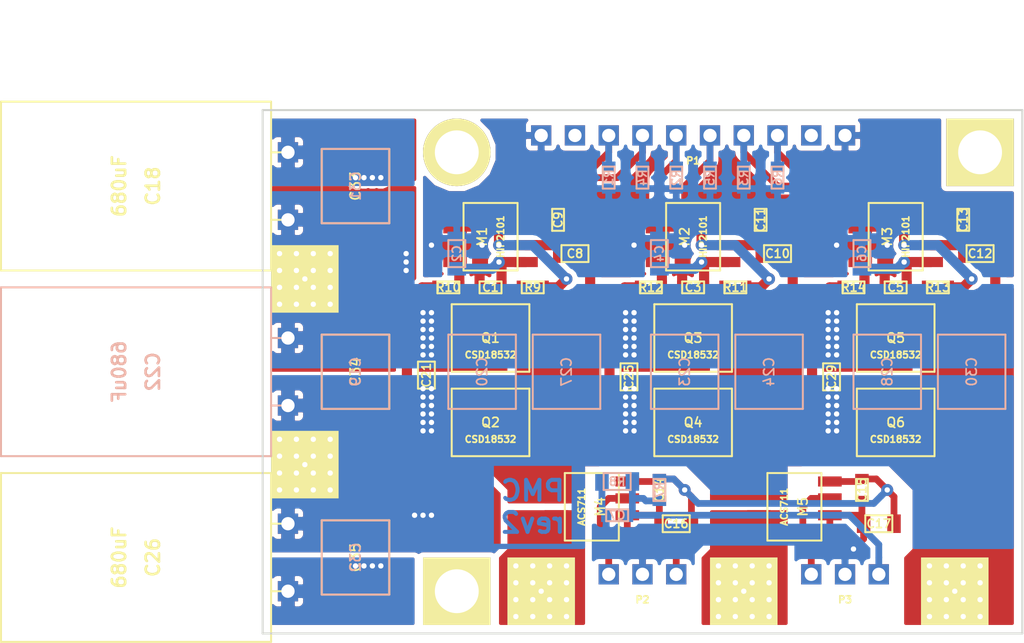
<source format=kicad_pcb>
(kicad_pcb (version 4) (host pcbnew 4.0.1-stable)
  (title_block (title "Phobia Power Board") (date 2016-03-31) (rev 2) (company "Roman Belov"))
  (layers (0 F.Cu signal) (1 In1.Cu signal) (2 In2.Cu signal) (31 B.Cu signal) (34 B.Paste user) (35 F.Paste user) (36 B.SilkS user) (37 F.SilkS user) (38 B.Mask user) (39 F.Mask user) (44 Edge.Cuts user))
  (net 0 "")
  (net 1 PGND)
  (net 2 +12V)
  (net 3 "Net-(C10-Pad1)")
  (net 4 "Net-(C10-Pad2)")
  (net 5 +3.3V)
  (net 6 AGND)
  (net 7 "Net-(M1-Pad8)")
  (net 8 "Net-(M1-Pad3)")
  (net 9 "Net-(M2-Pad8)")
  (net 10 "Net-(M2-Pad3)")
  (net 11 "Net-(M3-Pad8)")
  (net 12 "Net-(M3-Pad3)")
  (net 13 SENSOR_A)
  (net 14 SENSOR_B)
  (net 15 "Net-(Q1-Pad4)")
  (net 16 "Net-(Q2-Pad4)")
  (net 17 "Net-(Q3-Pad4)")
  (net 18 "Net-(Q4-Pad4)")
  (net 19 "Net-(Q5-Pad4)")
  (net 20 "Net-(Q6-Pad4)")
  (net 21 +36V)
  (net 22 FET_AL)
  (net 23 FET_AH)
  (net 24 FET_BL)
  (net 25 FET_BH)
  (net 26 FET_CL)
  (net 27 FET_CH)
  (net 28 "Net-(M4-Pad3)")
  (net 29 "Net-(M5-Pad3)")
  (net 30 SENSOR_NTC)
  (net 31 "Net-(C8-Pad1)")
  (net 32 "Net-(C8-Pad2)")
  (net 33 "Net-(C12-Pad1)")
  (net 34 "Net-(C12-Pad2)")
  (module foot:PAD1 (layer F.Cu) (at 153.67 85.09)
    (fp_text reference PAD1 (at 0 1.905) (layer F.SilkS) (effects (font (size 0.52324 0.52324) (thickness 0.13081))))
    (fp_text value VAL** (at 0 -1.778) (layer F.SilkS) (effects (font (size 0.52324 0.52324) (thickness 0.13081))))
    (pad 1 thru_hole circle (at 0 0) (size 5.08 5.08) (drill 3.3) (layers *.Cu *.Mask F.SilkS))
  )
  (module foot:PAD1 (layer F.Cu) (at 153.67 118.11)
    (fp_text reference PAD1 (at 0 1.905) (layer F.SilkS) (effects (font (size 0.52324 0.52324) (thickness 0.13081))))
    (fp_text value VAL** (at 0 -1.778) (layer F.SilkS) (effects (font (size 0.52324 0.52324) (thickness 0.13081))))
    (pad 1 thru_hole rect (at 0 0) (size 5.08 5.08) (drill 3.3) (layers *.Cu *.Mask F.SilkS))
  )
  (module foot:SO8 (layer F.Cu) (at 156.21 91.44 90)
    (fp_text reference M1 (at 0 -0.635 90) (layer F.SilkS) (effects (font (size 0.70104 0.70104) (thickness 0.12446))))
    (fp_text value HIP2101 (at 0 0.762 90) (layer F.SilkS) (effects (font (size 0.50038 0.50038) (thickness 0.12446))))
    (pad 8 smd rect (at -1.905 -2.667 90) (size 0.762 1.778) (layers F.Cu F.Paste F.Mask) (net 7 "Net-(M1-Pad8)"))
    (pad 1 smd rect (at -1.905 2.667 90) (size 0.762 1.778) (layers F.Cu F.Paste F.Mask) (net 2 +12V))
    (pad 7 smd rect (at -0.635 -2.667 90) (size 0.762 1.778) (layers F.Cu F.Paste F.Mask) (net 1 PGND))
    (pad 6 smd rect (at 0.635 -2.667 90) (size 0.762 1.778) (layers F.Cu F.Paste F.Mask) (net 22 FET_AL))
    (pad 5 smd rect (at 1.905 -2.667 90) (size 0.762 1.778) (layers F.Cu F.Paste F.Mask) (net 23 FET_AH))
    (pad 2 smd rect (at -0.635 2.667 90) (size 0.762 1.778) (layers F.Cu F.Paste F.Mask) (net 32 "Net-(C8-Pad2)"))
    (pad 3 smd rect (at 0.635 2.667 90) (size 0.762 1.778) (layers F.Cu F.Paste F.Mask) (net 8 "Net-(M1-Pad3)"))
    (pad 4 smd rect (at 1.905 2.667 90) (size 0.762 1.778) (layers F.Cu F.Paste F.Mask) (net 31 "Net-(C8-Pad1)"))
  )
  (module foot:SM0603 (layer F.Cu) (at 156.21 95.25)
    (fp_text reference C1 (at 0 0) (layer F.SilkS) (effects (font (size 0.635 0.635) (thickness 0.127))))
    (fp_text value 100nF hide)
    (pad 1 smd rect (at -0.8255 0) (size 0.762 1.016) (layers F.Cu F.Paste F.Mask) (net 1 PGND))
    (pad 2 smd rect (at 0.8255 0) (size 0.762 1.016) (layers F.Cu F.Paste F.Mask) (net 2 +12V))
  )
  (module foot:SM0805 (layer B.Cu) (at 153.67 92.71 90)
    (fp_text reference C2 (at 0 0 90) (layer B.SilkS) (effects (font (size 0.635 0.635) (thickness 0.127)) (justify mirror)))
    (fp_text value 1uF hide)
    (pad 1 smd rect (at -1.143 0 90) (size 1.016 1.397) (layers B.Cu B.Paste B.Mask) (net 2 +12V))
    (pad 2 smd rect (at 1.143 0 90) (size 1.016 1.397) (layers B.Cu B.Paste B.Mask) (net 1 PGND))
  )
  (module foot:SM0603 (layer F.Cu) (at 171.45 95.25)
    (fp_text reference C3 (at 0 0) (layer F.SilkS) (effects (font (size 0.635 0.635) (thickness 0.127))))
    (fp_text value 100nF hide)
    (pad 1 smd rect (at -0.8255 0) (size 0.762 1.016) (layers F.Cu F.Paste F.Mask) (net 1 PGND))
    (pad 2 smd rect (at 0.8255 0) (size 0.762 1.016) (layers F.Cu F.Paste F.Mask) (net 2 +12V))
  )
  (module foot:SM0805 (layer B.Cu) (at 168.91 92.71 270)
    (fp_text reference C4 (at 0 0 270) (layer B.SilkS) (effects (font (size 0.635 0.635) (thickness 0.127)) (justify mirror)))
    (fp_text value 1uF hide)
    (pad 1 smd rect (at -1.143 0 270) (size 1.016 1.397) (layers B.Cu B.Paste B.Mask) (net 1 PGND))
    (pad 2 smd rect (at 1.143 0 270) (size 1.016 1.397) (layers B.Cu B.Paste B.Mask) (net 2 +12V))
  )
  (module foot:SM0603 (layer F.Cu) (at 186.69 95.25)
    (fp_text reference C5 (at 0 0) (layer F.SilkS) (effects (font (size 0.635 0.635) (thickness 0.127))))
    (fp_text value 100nF hide)
    (pad 1 smd rect (at -0.8255 0) (size 0.762 1.016) (layers F.Cu F.Paste F.Mask) (net 1 PGND))
    (pad 2 smd rect (at 0.8255 0) (size 0.762 1.016) (layers F.Cu F.Paste F.Mask) (net 2 +12V))
  )
  (module foot:SM0805 (layer B.Cu) (at 184.15 92.71 270)
    (fp_text reference C6 (at 0 0 270) (layer B.SilkS) (effects (font (size 0.635 0.635) (thickness 0.127)) (justify mirror)))
    (fp_text value 1uF hide)
    (pad 1 smd rect (at -1.143 0 270) (size 1.016 1.397) (layers B.Cu B.Paste B.Mask) (net 1 PGND))
    (pad 2 smd rect (at 1.143 0 270) (size 1.016 1.397) (layers B.Cu B.Paste B.Mask) (net 2 +12V))
  )
  (module foot:SM0805 (layer F.Cu) (at 162.56 92.71 180)
    (fp_text reference C8 (at 0 0 180) (layer F.SilkS) (effects (font (size 0.635 0.635) (thickness 0.127))))
    (fp_text value 1uF hide)
    (pad 1 smd rect (at -1.143 0 180) (size 1.016 1.397) (layers F.Cu F.Paste F.Mask) (net 31 "Net-(C8-Pad1)"))
    (pad 2 smd rect (at 1.143 0 180) (size 1.016 1.397) (layers F.Cu F.Paste F.Mask) (net 32 "Net-(C8-Pad2)"))
  )
  (module foot:SM0603 (layer F.Cu) (at 161.29 90.17 270)
    (fp_text reference C9 (at 0 0 270) (layer F.SilkS) (effects (font (size 0.635 0.635) (thickness 0.127))))
    (fp_text value 100nF hide)
    (pad 1 smd rect (at -0.8255 0 270) (size 0.762 1.016) (layers F.Cu F.Paste F.Mask) (net 31 "Net-(C8-Pad1)"))
    (pad 2 smd rect (at 0.8255 0 270) (size 0.762 1.016) (layers F.Cu F.Paste F.Mask) (net 32 "Net-(C8-Pad2)"))
  )
  (module foot:SM0805 (layer F.Cu) (at 177.8 92.71 180)
    (fp_text reference C10 (at 0 0 180) (layer F.SilkS) (effects (font (size 0.635 0.635) (thickness 0.127))))
    (fp_text value 1uF hide)
    (pad 1 smd rect (at -1.143 0 180) (size 1.016 1.397) (layers F.Cu F.Paste F.Mask) (net 3 "Net-(C10-Pad1)"))
    (pad 2 smd rect (at 1.143 0 180) (size 1.016 1.397) (layers F.Cu F.Paste F.Mask) (net 4 "Net-(C10-Pad2)"))
  )
  (module foot:SM0603 (layer F.Cu) (at 176.53 90.17 270)
    (fp_text reference C11 (at 0 0 270) (layer F.SilkS) (effects (font (size 0.635 0.635) (thickness 0.127))))
    (fp_text value 100nF hide)
    (pad 1 smd rect (at -0.8255 0 270) (size 0.762 1.016) (layers F.Cu F.Paste F.Mask) (net 3 "Net-(C10-Pad1)"))
    (pad 2 smd rect (at 0.8255 0 270) (size 0.762 1.016) (layers F.Cu F.Paste F.Mask) (net 4 "Net-(C10-Pad2)"))
  )
  (module foot:SM0805 (layer F.Cu) (at 193.04 92.71 180)
    (fp_text reference C12 (at 0 0 180) (layer F.SilkS) (effects (font (size 0.635 0.635) (thickness 0.127))))
    (fp_text value 1uF hide)
    (pad 1 smd rect (at -1.143 0 180) (size 1.016 1.397) (layers F.Cu F.Paste F.Mask) (net 33 "Net-(C12-Pad1)"))
    (pad 2 smd rect (at 1.143 0 180) (size 1.016 1.397) (layers F.Cu F.Paste F.Mask) (net 34 "Net-(C12-Pad2)"))
  )
  (module foot:SM0603 (layer F.Cu) (at 191.77 90.17 270)
    (fp_text reference C13 (at 0 0 270) (layer F.SilkS) (effects (font (size 0.635 0.635) (thickness 0.127))))
    (fp_text value 100nF hide)
    (pad 1 smd rect (at -0.8255 0 270) (size 0.762 1.016) (layers F.Cu F.Paste F.Mask) (net 33 "Net-(C12-Pad1)"))
    (pad 2 smd rect (at 0.8255 0 270) (size 0.762 1.016) (layers F.Cu F.Paste F.Mask) (net 34 "Net-(C12-Pad2)"))
  )
  (module foot:SM0603 (layer F.Cu) (at 168.91 110.49 270)
    (fp_text reference C14 (at 0 0 270) (layer F.SilkS) (effects (font (size 0.635 0.635) (thickness 0.127))))
    (fp_text value 100nF hide)
    (pad 1 smd rect (at -0.8255 0 270) (size 0.762 1.016) (layers F.Cu F.Paste F.Mask) (net 5 +3.3V))
    (pad 2 smd rect (at 0.8255 0 270) (size 0.762 1.016) (layers F.Cu F.Paste F.Mask) (net 6 AGND))
  )
  (module foot:SM0603 (layer F.Cu) (at 184.15 110.49 270)
    (fp_text reference C15 (at 0 0 270) (layer F.SilkS) (effects (font (size 0.635 0.635) (thickness 0.127))))
    (fp_text value 100nF hide)
    (pad 1 smd rect (at -0.8255 0 270) (size 0.762 1.016) (layers F.Cu F.Paste F.Mask) (net 5 +3.3V))
    (pad 2 smd rect (at 0.8255 0 270) (size 0.762 1.016) (layers F.Cu F.Paste F.Mask) (net 6 AGND))
  )
  (module foot:SM0805 (layer F.Cu) (at 170.18 113.03 180)
    (fp_text reference C16 (at 0 0 180) (layer F.SilkS) (effects (font (size 0.635 0.635) (thickness 0.127))))
    (fp_text value 1uF hide)
    (pad 1 smd rect (at -1.143 0 180) (size 1.016 1.397) (layers F.Cu F.Paste F.Mask) (net 5 +3.3V))
    (pad 2 smd rect (at 1.143 0 180) (size 1.016 1.397) (layers F.Cu F.Paste F.Mask) (net 6 AGND))
  )
  (module foot:SM0805 (layer F.Cu) (at 185.42 113.03 180)
    (fp_text reference C17 (at 0 0 180) (layer F.SilkS) (effects (font (size 0.635 0.635) (thickness 0.127))))
    (fp_text value 1uF hide)
    (pad 1 smd rect (at -1.143 0 180) (size 1.016 1.397) (layers F.Cu F.Paste F.Mask) (net 5 +3.3V))
    (pad 2 smd rect (at 1.143 0 180) (size 1.016 1.397) (layers F.Cu F.Paste F.Mask) (net 6 AGND))
  )
  (module foot:SM2220 (layer B.Cu) (at 146.05 101.6 270)
    (fp_text reference C19 (at 0 0 270) (layer B.SilkS) (effects (font (size 0.762 0.762) (thickness 0.127)) (justify mirror)))
    (fp_text value 4.7uF hide)
    (pad 1 smd rect (at -3.048 0 270) (size 2.286 5.842) (layers B.Cu B.Paste B.Mask) (net 21 +36V))
    (pad 2 smd rect (at 3.048 0 270) (size 2.286 5.842) (layers B.Cu B.Paste B.Mask) (net 1 PGND))
  )
  (module foot:SM2220 (layer B.Cu) (at 155.575 101.6 270)
    (fp_text reference C20 (at 0 0 270) (layer B.SilkS) (effects (font (size 0.762 0.762) (thickness 0.127)) (justify mirror)))
    (fp_text value 4.7uF hide)
    (pad 1 smd rect (at -3.048 0 270) (size 2.286 5.842) (layers B.Cu B.Paste B.Mask) (net 21 +36V))
    (pad 2 smd rect (at 3.048 0 270) (size 2.286 5.842) (layers B.Cu B.Paste B.Mask) (net 1 PGND))
  )
  (module foot:SM2220 (layer B.Cu) (at 161.925 101.6 270)
    (fp_text reference C27 (at 0 0 270) (layer B.SilkS) (effects (font (size 0.762 0.762) (thickness 0.127)) (justify mirror)))
    (fp_text value 4.7uF hide)
    (pad 1 smd rect (at -3.048 0 270) (size 2.286 5.842) (layers B.Cu B.Paste B.Mask) (net 21 +36V))
    (pad 2 smd rect (at 3.048 0 270) (size 2.286 5.842) (layers B.Cu B.Paste B.Mask) (net 1 PGND))
  )
  (module foot:SM2220 (layer B.Cu) (at 170.815 101.6 270)
    (fp_text reference C23 (at 0 0 270) (layer B.SilkS) (effects (font (size 0.762 0.762) (thickness 0.127)) (justify mirror)))
    (fp_text value 4.7uF hide)
    (pad 1 smd rect (at -3.048 0 270) (size 2.286 5.842) (layers B.Cu B.Paste B.Mask) (net 21 +36V))
    (pad 2 smd rect (at 3.048 0 270) (size 2.286 5.842) (layers B.Cu B.Paste B.Mask) (net 1 PGND))
  )
  (module foot:SM2220 (layer B.Cu) (at 177.165 101.6 270)
    (fp_text reference C24 (at 0 0 270) (layer B.SilkS) (effects (font (size 0.762 0.762) (thickness 0.127)) (justify mirror)))
    (fp_text value 4.7uF hide)
    (pad 1 smd rect (at -3.048 0 270) (size 2.286 5.842) (layers B.Cu B.Paste B.Mask) (net 21 +36V))
    (pad 2 smd rect (at 3.048 0 270) (size 2.286 5.842) (layers B.Cu B.Paste B.Mask) (net 1 PGND))
  )
  (module foot:SM2220 (layer B.Cu) (at 186.055 101.6 270)
    (fp_text reference C28 (at 0 0 270) (layer B.SilkS) (effects (font (size 0.762 0.762) (thickness 0.127)) (justify mirror)))
    (fp_text value 4.7uF hide)
    (pad 1 smd rect (at -3.048 0 270) (size 2.286 5.842) (layers B.Cu B.Paste B.Mask) (net 21 +36V))
    (pad 2 smd rect (at 3.048 0 270) (size 2.286 5.842) (layers B.Cu B.Paste B.Mask) (net 1 PGND))
  )
  (module foot:SM2220 (layer B.Cu) (at 192.405 101.6 270)
    (fp_text reference C30 (at 0 0 270) (layer B.SilkS) (effects (font (size 0.762 0.762) (thickness 0.127)) (justify mirror)))
    (fp_text value 4.7uF hide)
    (pad 1 smd rect (at -3.048 0 270) (size 2.286 5.842) (layers B.Cu B.Paste B.Mask) (net 21 +36V))
    (pad 2 smd rect (at 3.048 0 270) (size 2.286 5.842) (layers B.Cu B.Paste B.Mask) (net 1 PGND))
  )
  (module foot:SM2220 (layer B.Cu) (at 146.05 87.63 90)
    (fp_text reference C31 (at 0 0 90) (layer B.SilkS) (effects (font (size 0.762 0.762) (thickness 0.127)) (justify mirror)))
    (fp_text value 4.7uF hide)
    (pad 1 smd rect (at -3.048 0 90) (size 2.286 5.842) (layers B.Cu B.Paste B.Mask) (net 21 +36V))
    (pad 2 smd rect (at 3.048 0 90) (size 2.286 5.842) (layers B.Cu B.Paste B.Mask) (net 1 PGND))
  )
  (module foot:SM2220 (layer B.Cu) (at 146.05 115.57 90)
    (fp_text reference C32 (at 0 0 90) (layer B.SilkS) (effects (font (size 0.762 0.762) (thickness 0.127)) (justify mirror)))
    (fp_text value 4.7uF hide)
    (pad 1 smd rect (at -3.048 0 90) (size 2.286 5.842) (layers B.Cu B.Paste B.Mask) (net 21 +36V))
    (pad 2 smd rect (at 3.048 0 90) (size 2.286 5.842) (layers B.Cu B.Paste B.Mask) (net 1 PGND))
  )
  (module foot:SM2220 (layer F.Cu) (at 146.05 87.63 90)
    (fp_text reference C33 (at 0 0 90) (layer F.SilkS) (effects (font (size 0.762 0.762) (thickness 0.127))))
    (fp_text value 4.7uF hide)
    (pad 1 smd rect (at -3.048 0 90) (size 2.286 5.842) (layers F.Cu F.Paste F.Mask) (net 21 +36V))
    (pad 2 smd rect (at 3.048 0 90) (size 2.286 5.842) (layers F.Cu F.Paste F.Mask) (net 1 PGND))
  )
  (module foot:SM2220 (layer F.Cu) (at 146.05 101.6 270)
    (fp_text reference C34 (at 0 0 270) (layer F.SilkS) (effects (font (size 0.762 0.762) (thickness 0.127))))
    (fp_text value 4.7uF hide)
    (pad 1 smd rect (at -3.048 0 270) (size 2.286 5.842) (layers F.Cu F.Paste F.Mask) (net 21 +36V))
    (pad 2 smd rect (at 3.048 0 270) (size 2.286 5.842) (layers F.Cu F.Paste F.Mask) (net 1 PGND))
  )
  (module foot:SM2220 (layer F.Cu) (at 146.05 115.57 90)
    (fp_text reference C35 (at 0 0 90) (layer F.SilkS) (effects (font (size 0.762 0.762) (thickness 0.127))))
    (fp_text value 4.7uF hide)
    (pad 1 smd rect (at -3.048 0 90) (size 2.286 5.842) (layers F.Cu F.Paste F.Mask) (net 21 +36V))
    (pad 2 smd rect (at 3.048 0 90) (size 2.286 5.842) (layers F.Cu F.Paste F.Mask) (net 1 PGND))
  )
  (module foot:SO8 (layer F.Cu) (at 163.83 111.76 270)
    (fp_text reference M4 (at 0 -0.635 270) (layer F.SilkS) (effects (font (size 0.70104 0.70104) (thickness 0.12446))))
    (fp_text value ACS711 (at 0 0.762 270) (layer F.SilkS) (effects (font (size 0.50038 0.50038) (thickness 0.12446))))
    (pad 8 smd rect (at -1.905 -2.667 270) (size 0.762 1.778) (layers F.Cu F.Paste F.Mask) (net 5 +3.3V))
    (pad 1 smd rect (at -1.905 2.667 270) (size 0.762 1.778) (layers F.Cu F.Paste F.Mask) (net 31 "Net-(C8-Pad1)"))
    (pad 7 smd rect (at -0.635 -2.667 270) (size 0.762 1.778) (layers F.Cu F.Paste F.Mask) (net 13 SENSOR_A))
    (pad 6 smd rect (at 0.635 -2.667 270) (size 0.762 1.778) (layers F.Cu F.Paste F.Mask) (net 6 AGND))
    (pad 5 smd rect (at 1.905 -2.667 270) (size 0.762 1.778) (layers F.Cu F.Paste F.Mask) (net 6 AGND))
    (pad 2 smd rect (at -0.635 2.667 270) (size 0.762 1.778) (layers F.Cu F.Paste F.Mask) (net 31 "Net-(C8-Pad1)"))
    (pad 3 smd rect (at 0.635 2.667 270) (size 0.762 1.778) (layers F.Cu F.Paste F.Mask) (net 28 "Net-(M4-Pad3)"))
    (pad 4 smd rect (at 1.905 2.667 270) (size 0.762 1.778) (layers F.Cu F.Paste F.Mask) (net 28 "Net-(M4-Pad3)"))
  )
  (module foot:SO8 (layer F.Cu) (at 179.07 111.76 270)
    (fp_text reference M5 (at 0 -0.635 270) (layer F.SilkS) (effects (font (size 0.70104 0.70104) (thickness 0.12446))))
    (fp_text value ACS711 (at 0 0.762 270) (layer F.SilkS) (effects (font (size 0.50038 0.50038) (thickness 0.12446))))
    (pad 8 smd rect (at -1.905 -2.667 270) (size 0.762 1.778) (layers F.Cu F.Paste F.Mask) (net 5 +3.3V))
    (pad 1 smd rect (at -1.905 2.667 270) (size 0.762 1.778) (layers F.Cu F.Paste F.Mask) (net 3 "Net-(C10-Pad1)"))
    (pad 7 smd rect (at -0.635 -2.667 270) (size 0.762 1.778) (layers F.Cu F.Paste F.Mask) (net 14 SENSOR_B))
    (pad 6 smd rect (at 0.635 -2.667 270) (size 0.762 1.778) (layers F.Cu F.Paste F.Mask) (net 6 AGND))
    (pad 5 smd rect (at 1.905 -2.667 270) (size 0.762 1.778) (layers F.Cu F.Paste F.Mask) (net 6 AGND))
    (pad 2 smd rect (at -0.635 2.667 270) (size 0.762 1.778) (layers F.Cu F.Paste F.Mask) (net 3 "Net-(C10-Pad1)"))
    (pad 3 smd rect (at 0.635 2.667 270) (size 0.762 1.778) (layers F.Cu F.Paste F.Mask) (net 29 "Net-(M5-Pad3)"))
    (pad 4 smd rect (at 1.905 2.667 270) (size 0.762 1.778) (layers F.Cu F.Paste F.Mask) (net 29 "Net-(M5-Pad3)"))
  )
  (module foot:SM0603 (layer F.Cu) (at 159.385 95.25)
    (fp_text reference R9 (at 0 0) (layer F.SilkS) (effects (font (size 0.635 0.635) (thickness 0.127))))
    (fp_text value 2 hide)
    (pad 1 smd rect (at -0.8255 0) (size 0.762 1.016) (layers F.Cu F.Paste F.Mask) (net 15 "Net-(Q1-Pad4)"))
    (pad 2 smd rect (at 0.8255 0) (size 0.762 1.016) (layers F.Cu F.Paste F.Mask) (net 8 "Net-(M1-Pad3)"))
  )
  (module foot:SM0603 (layer F.Cu) (at 153.035 95.25)
    (fp_text reference R10 (at 0 0) (layer F.SilkS) (effects (font (size 0.635 0.635) (thickness 0.127))))
    (fp_text value 2 hide)
    (pad 1 smd rect (at -0.8255 0) (size 0.762 1.016) (layers F.Cu F.Paste F.Mask) (net 16 "Net-(Q2-Pad4)"))
    (pad 2 smd rect (at 0.8255 0) (size 0.762 1.016) (layers F.Cu F.Paste F.Mask) (net 7 "Net-(M1-Pad8)"))
  )
  (module foot:SM0603 (layer F.Cu) (at 174.625 95.25)
    (fp_text reference R11 (at 0 0) (layer F.SilkS) (effects (font (size 0.635 0.635) (thickness 0.127))))
    (fp_text value 2 hide)
    (pad 1 smd rect (at -0.8255 0) (size 0.762 1.016) (layers F.Cu F.Paste F.Mask) (net 17 "Net-(Q3-Pad4)"))
    (pad 2 smd rect (at 0.8255 0) (size 0.762 1.016) (layers F.Cu F.Paste F.Mask) (net 10 "Net-(M2-Pad3)"))
  )
  (module foot:SM0603 (layer F.Cu) (at 168.275 95.25)
    (fp_text reference R12 (at 0 0) (layer F.SilkS) (effects (font (size 0.635 0.635) (thickness 0.127))))
    (fp_text value 2 hide)
    (pad 1 smd rect (at -0.8255 0) (size 0.762 1.016) (layers F.Cu F.Paste F.Mask) (net 18 "Net-(Q4-Pad4)"))
    (pad 2 smd rect (at 0.8255 0) (size 0.762 1.016) (layers F.Cu F.Paste F.Mask) (net 9 "Net-(M2-Pad8)"))
  )
  (module foot:SM0603 (layer F.Cu) (at 189.865 95.25)
    (fp_text reference R13 (at 0 0) (layer F.SilkS) (effects (font (size 0.635 0.635) (thickness 0.127))))
    (fp_text value 2 hide)
    (pad 1 smd rect (at -0.8255 0) (size 0.762 1.016) (layers F.Cu F.Paste F.Mask) (net 19 "Net-(Q5-Pad4)"))
    (pad 2 smd rect (at 0.8255 0) (size 0.762 1.016) (layers F.Cu F.Paste F.Mask) (net 12 "Net-(M3-Pad3)"))
  )
  (module foot:SM0603 (layer F.Cu) (at 183.515 95.25)
    (fp_text reference R14 (at 0 0) (layer F.SilkS) (effects (font (size 0.635 0.635) (thickness 0.127))))
    (fp_text value 2 hide)
    (pad 1 smd rect (at -0.8255 0) (size 0.762 1.016) (layers F.Cu F.Paste F.Mask) (net 20 "Net-(Q6-Pad4)"))
    (pad 2 smd rect (at 0.8255 0) (size 0.762 1.016) (layers F.Cu F.Paste F.Mask) (net 11 "Net-(M3-Pad8)"))
  )
  (module foot:SO8 (layer F.Cu) (at 171.45 91.44 90)
    (fp_text reference M2 (at 0 -0.635 90) (layer F.SilkS) (effects (font (size 0.70104 0.70104) (thickness 0.12446))))
    (fp_text value HIP2101 (at 0 0.762 90) (layer F.SilkS) (effects (font (size 0.50038 0.50038) (thickness 0.12446))))
    (pad 8 smd rect (at -1.905 -2.667 90) (size 0.762 1.778) (layers F.Cu F.Paste F.Mask) (net 9 "Net-(M2-Pad8)"))
    (pad 1 smd rect (at -1.905 2.667 90) (size 0.762 1.778) (layers F.Cu F.Paste F.Mask) (net 2 +12V))
    (pad 7 smd rect (at -0.635 -2.667 90) (size 0.762 1.778) (layers F.Cu F.Paste F.Mask) (net 1 PGND))
    (pad 6 smd rect (at 0.635 -2.667 90) (size 0.762 1.778) (layers F.Cu F.Paste F.Mask) (net 24 FET_BL))
    (pad 5 smd rect (at 1.905 -2.667 90) (size 0.762 1.778) (layers F.Cu F.Paste F.Mask) (net 25 FET_BH))
    (pad 2 smd rect (at -0.635 2.667 90) (size 0.762 1.778) (layers F.Cu F.Paste F.Mask) (net 4 "Net-(C10-Pad2)"))
    (pad 3 smd rect (at 0.635 2.667 90) (size 0.762 1.778) (layers F.Cu F.Paste F.Mask) (net 10 "Net-(M2-Pad3)"))
    (pad 4 smd rect (at 1.905 2.667 90) (size 0.762 1.778) (layers F.Cu F.Paste F.Mask) (net 3 "Net-(C10-Pad1)"))
  )
  (module foot:SO8 (layer F.Cu) (at 186.69 91.44 90)
    (fp_text reference M3 (at 0 -0.635 90) (layer F.SilkS) (effects (font (size 0.70104 0.70104) (thickness 0.12446))))
    (fp_text value HIP2101 (at 0 0.762 90) (layer F.SilkS) (effects (font (size 0.50038 0.50038) (thickness 0.12446))))
    (pad 8 smd rect (at -1.905 -2.667 90) (size 0.762 1.778) (layers F.Cu F.Paste F.Mask) (net 11 "Net-(M3-Pad8)"))
    (pad 1 smd rect (at -1.905 2.667 90) (size 0.762 1.778) (layers F.Cu F.Paste F.Mask) (net 2 +12V))
    (pad 7 smd rect (at -0.635 -2.667 90) (size 0.762 1.778) (layers F.Cu F.Paste F.Mask) (net 1 PGND))
    (pad 6 smd rect (at 0.635 -2.667 90) (size 0.762 1.778) (layers F.Cu F.Paste F.Mask) (net 26 FET_CL))
    (pad 5 smd rect (at 1.905 -2.667 90) (size 0.762 1.778) (layers F.Cu F.Paste F.Mask) (net 27 FET_CH))
    (pad 2 smd rect (at -0.635 2.667 90) (size 0.762 1.778) (layers F.Cu F.Paste F.Mask) (net 34 "Net-(C12-Pad2)"))
    (pad 3 smd rect (at 0.635 2.667 90) (size 0.762 1.778) (layers F.Cu F.Paste F.Mask) (net 12 "Net-(M3-Pad3)"))
    (pad 4 smd rect (at 1.905 2.667 90) (size 0.762 1.778) (layers F.Cu F.Paste F.Mask) (net 33 "Net-(C12-Pad1)"))
  )
  (module foot:PAD2 (layer F.Cu) (at 160.02 118.11)
    (fp_text reference P5 (at 0 1.905) (layer F.SilkS) (effects (font (size 0.52324 0.52324) (thickness 0.13081))))
    (fp_text value A (at 0 -1.778) (layer F.SilkS) (effects (font (size 0.52324 0.52324) (thickness 0.13081))))
    (pad 1 thru_hole rect (at 0 0) (size 5.08 5.08) (drill 0.4) (layers *.Cu *.Mask F.SilkS) (net 28 "Net-(M4-Pad3)"))
  )
  (module foot:PAD2 (layer F.Cu) (at 175.26 118.11)
    (fp_text reference P6 (at 0 1.905) (layer F.SilkS) (effects (font (size 0.52324 0.52324) (thickness 0.13081))))
    (fp_text value B (at 0 -1.778) (layer F.SilkS) (effects (font (size 0.52324 0.52324) (thickness 0.13081))))
    (pad 1 thru_hole rect (at 0 0) (size 5.08 5.08) (drill 0.4) (layers *.Cu *.Mask F.SilkS) (net 29 "Net-(M5-Pad3)"))
  )
  (module foot:PAD2 (layer F.Cu) (at 142.24 94.615)
    (fp_text reference P7 (at 0 1.905) (layer F.SilkS) (effects (font (size 0.52324 0.52324) (thickness 0.13081))))
    (fp_text value VDD (at 0 -1.778) (layer F.SilkS) (effects (font (size 0.52324 0.52324) (thickness 0.13081))))
    (pad 1 thru_hole rect (at 0 0) (size 5.08 5.08) (drill 0.4) (layers *.Cu *.Mask F.SilkS) (net 21 +36V))
  )
  (module foot:PAD2 (layer F.Cu) (at 142.24 108.585)
    (fp_text reference P8 (at 0 1.905) (layer F.SilkS) (effects (font (size 0.52324 0.52324) (thickness 0.13081))))
    (fp_text value GND (at 0 -1.778) (layer F.SilkS) (effects (font (size 0.52324 0.52324) (thickness 0.13081))))
    (pad 1 thru_hole rect (at 0 0) (size 5.08 5.08) (drill 0.4) (layers *.Cu *.Mask F.SilkS) (net 1 PGND))
  )
  (module foot:PAD2 (layer F.Cu) (at 191.135 118.11)
    (fp_text reference P4 (at 0 1.905) (layer F.SilkS) (effects (font (size 0.52324 0.52324) (thickness 0.13081))))
    (fp_text value C (at 0 -1.778) (layer F.SilkS) (effects (font (size 0.52324 0.52324) (thickness 0.13081))))
    (pad 1 thru_hole rect (at 0 0) (size 5.08 5.08) (drill 0.4) (layers *.Cu *.Mask F.SilkS) (net 33 "Net-(C12-Pad1)"))
  )
  (module foot:PLS10 (layer F.Cu) (at 171.45 83.82)
    (fp_text reference P1 (at 0 1.905) (layer F.SilkS) (effects (font (size 0.52324 0.52324) (thickness 0.13081))))
    (fp_text value PLS_10 hide)
    (pad 10 thru_hole rect (at 11.43 0) (size 1.524 1.524) (drill 1) (layers *.Cu *.Mask) (net 1 PGND))
    (pad 9 thru_hole rect (at 8.89 0) (size 1.524 1.524) (drill 1) (layers *.Cu *.Mask) (net 2 +12V))
    (pad 6 thru_hole rect (at 1.27 0) (size 1.524 1.524) (drill 1) (layers *.Cu *.Mask) (net 24 FET_BL))
    (pad 7 thru_hole rect (at 3.81 0) (size 1.524 1.524) (drill 1) (layers *.Cu *.Mask) (net 27 FET_CH))
    (pad 5 thru_hole rect (at -1.27 0) (size 1.524 1.524) (drill 1) (layers *.Cu *.Mask) (net 25 FET_BH))
    (pad 8 thru_hole rect (at 6.35 0) (size 1.524 1.524) (drill 1) (layers *.Cu *.Mask) (net 26 FET_CL))
    (pad 4 thru_hole rect (at -3.81 0) (size 1.524 1.524) (drill 1) (layers *.Cu *.Mask) (net 22 FET_AL))
    (pad 1 thru_hole rect (at -11.43 0) (size 1.524 1.524) (drill 1) (layers *.Cu *.Mask) (net 1 PGND))
    (pad 3 thru_hole rect (at -6.35 0) (size 1.524 1.524) (drill 1) (layers *.Cu *.Mask) (net 23 FET_AH))
    (pad 2 thru_hole rect (at -8.89 0) (size 1.524 1.524) (drill 1) (layers *.Cu *.Mask) (net 21 +36V))
  )
  (module foot:PLS3 (layer F.Cu) (at 167.64 116.84)
    (fp_text reference P2 (at 0 1.905) (layer F.SilkS) (effects (font (size 0.52324 0.52324) (thickness 0.13081))))
    (fp_text value PLS_3 hide)
    (pad 1 thru_hole rect (at -2.54 0) (size 1.524 1.524) (drill 1) (layers *.Cu *.Mask) (net 13 SENSOR_A))
    (pad 3 thru_hole rect (at 2.54 0) (size 1.524 1.524) (drill 1) (layers *.Cu *.Mask) (net 5 +3.3V))
    (pad 2 thru_hole rect (at 0 0) (size 1.524 1.524) (drill 1) (layers *.Cu *.Mask) (net 6 AGND))
  )
  (module foot:PLS3 (layer F.Cu) (at 182.88 116.84)
    (fp_text reference P3 (at 0 1.905) (layer F.SilkS) (effects (font (size 0.52324 0.52324) (thickness 0.13081))))
    (fp_text value PLS_3 hide)
    (pad 1 thru_hole rect (at -2.54 0) (size 1.524 1.524) (drill 1) (layers *.Cu *.Mask) (net 14 SENSOR_B))
    (pad 3 thru_hole rect (at 2.54 0) (size 1.524 1.524) (drill 1) (layers *.Cu *.Mask) (net 30 SENSOR_NTC))
    (pad 2 thru_hole rect (at 0 0) (size 1.524 1.524) (drill 1) (layers *.Cu *.Mask) (net 6 AGND))
  )
  (module foot:SM0603 (layer B.Cu) (at 165.735 112.395)
    (fp_text reference C7 (at 0 0) (layer B.SilkS) (effects (font (size 0.635 0.635) (thickness 0.127)) (justify mirror)))
    (fp_text value 100nF hide)
    (pad 1 smd rect (at -0.8255 0) (size 0.762 1.016) (layers B.Cu B.Paste B.Mask) (net 6 AGND))
    (pad 2 smd rect (at 0.8255 0) (size 0.762 1.016) (layers B.Cu B.Paste B.Mask) (net 30 SENSOR_NTC))
  )
  (module foot:SM0603 (layer B.Cu) (at 168.91 110.49 90)
    (fp_text reference R7 (at 0 0 90) (layer B.SilkS) (effects (font (size 0.635 0.635) (thickness 0.127)) (justify mirror)))
    (fp_text value 10K hide)
    (pad 1 smd rect (at -0.8255 0 90) (size 0.762 1.016) (layers B.Cu B.Paste B.Mask) (net 30 SENSOR_NTC))
    (pad 2 smd rect (at 0.8255 0 90) (size 0.762 1.016) (layers B.Cu B.Paste B.Mask) (net 5 +3.3V))
  )
  (module foot:SM0805 (layer B.Cu) (at 165.735 109.855)
    (fp_text reference R8 (at 0 0) (layer B.SilkS) (effects (font (size 0.635 0.635) (thickness 0.127)) (justify mirror)))
    (fp_text value "10K NTC" hide)
    (pad 1 smd rect (at -1.143 0) (size 1.016 1.397) (layers B.Cu B.Paste B.Mask) (net 6 AGND))
    (pad 2 smd rect (at 1.143 0) (size 1.016 1.397) (layers B.Cu B.Paste B.Mask) (net 30 SENSOR_NTC))
  )
  (module foot:SM0603 (layer B.Cu) (at 165.1 86.995 90)
    (fp_text reference R1 (at 0 0 90) (layer B.SilkS) (effects (font (size 0.635 0.635) (thickness 0.127)) (justify mirror)))
    (fp_text value 10K hide)
    (pad 1 smd rect (at -0.8255 0 90) (size 0.762 1.016) (layers B.Cu B.Paste B.Mask) (net 1 PGND))
    (pad 2 smd rect (at 0.8255 0 90) (size 0.762 1.016) (layers B.Cu B.Paste B.Mask) (net 23 FET_AH))
  )
  (module foot:SM0603 (layer B.Cu) (at 170.18 86.995 90)
    (fp_text reference R2 (at 0 0 90) (layer B.SilkS) (effects (font (size 0.635 0.635) (thickness 0.127)) (justify mirror)))
    (fp_text value 10K hide)
    (pad 1 smd rect (at -0.8255 0 90) (size 0.762 1.016) (layers B.Cu B.Paste B.Mask) (net 1 PGND))
    (pad 2 smd rect (at 0.8255 0 90) (size 0.762 1.016) (layers B.Cu B.Paste B.Mask) (net 25 FET_BH))
  )
  (module foot:SM0603 (layer B.Cu) (at 175.26 86.995 90)
    (fp_text reference R3 (at 0 0 90) (layer B.SilkS) (effects (font (size 0.635 0.635) (thickness 0.127)) (justify mirror)))
    (fp_text value 10K hide)
    (pad 1 smd rect (at -0.8255 0 90) (size 0.762 1.016) (layers B.Cu B.Paste B.Mask) (net 1 PGND))
    (pad 2 smd rect (at 0.8255 0 90) (size 0.762 1.016) (layers B.Cu B.Paste B.Mask) (net 27 FET_CH))
  )
  (module foot:SM0603 (layer B.Cu) (at 167.64 86.995 90)
    (fp_text reference R4 (at 0 0 90) (layer B.SilkS) (effects (font (size 0.635 0.635) (thickness 0.127)) (justify mirror)))
    (fp_text value 10K hide)
    (pad 1 smd rect (at -0.8255 0 90) (size 0.762 1.016) (layers B.Cu B.Paste B.Mask) (net 1 PGND))
    (pad 2 smd rect (at 0.8255 0 90) (size 0.762 1.016) (layers B.Cu B.Paste B.Mask) (net 22 FET_AL))
  )
  (module foot:SM0603 (layer B.Cu) (at 172.72 86.995 90)
    (fp_text reference R5 (at 0 0 90) (layer B.SilkS) (effects (font (size 0.635 0.635) (thickness 0.127)) (justify mirror)))
    (fp_text value 10K hide)
    (pad 1 smd rect (at -0.8255 0 90) (size 0.762 1.016) (layers B.Cu B.Paste B.Mask) (net 1 PGND))
    (pad 2 smd rect (at 0.8255 0 90) (size 0.762 1.016) (layers B.Cu B.Paste B.Mask) (net 24 FET_BL))
  )
  (module foot:SM0603 (layer B.Cu) (at 177.8 86.995 90)
    (fp_text reference R6 (at 0 0 90) (layer B.SilkS) (effects (font (size 0.635 0.635) (thickness 0.127)) (justify mirror)))
    (fp_text value 10K hide)
    (pad 1 smd rect (at -0.8255 0 90) (size 0.762 1.016) (layers B.Cu B.Paste B.Mask) (net 1 PGND))
    (pad 2 smd rect (at 0.8255 0 90) (size 0.762 1.016) (layers B.Cu B.Paste B.Mask) (net 26 FET_CL))
  )
  (module foot:SM0805 (layer F.Cu) (at 151.384 101.854 270)
    (fp_text reference C21 (at 0 0 270) (layer F.SilkS) (effects (font (size 0.635 0.635) (thickness 0.127))))
    (fp_text value 0.1uF hide)
    (pad 1 smd rect (at -1.143 0 270) (size 1.016 1.397) (layers F.Cu F.Paste F.Mask) (net 21 +36V))
    (pad 2 smd rect (at 1.143 0 270) (size 1.016 1.397) (layers F.Cu F.Paste F.Mask) (net 1 PGND))
  )
  (module foot:SM0805 (layer F.Cu) (at 166.624 101.981 270)
    (fp_text reference C25 (at 0 0 270) (layer F.SilkS) (effects (font (size 0.635 0.635) (thickness 0.127))))
    (fp_text value 0.1uF hide)
    (pad 1 smd rect (at -1.143 0 270) (size 1.016 1.397) (layers F.Cu F.Paste F.Mask) (net 21 +36V))
    (pad 2 smd rect (at 1.143 0 270) (size 1.016 1.397) (layers F.Cu F.Paste F.Mask) (net 1 PGND))
  )
  (module foot:SM0805 (layer F.Cu) (at 181.864 101.981 270)
    (fp_text reference C29 (at 0 0 270) (layer F.SilkS) (effects (font (size 0.635 0.635) (thickness 0.127))))
    (fp_text value 0.1uF hide)
    (pad 1 smd rect (at -1.143 0 270) (size 1.016 1.397) (layers F.Cu F.Paste F.Mask) (net 21 +36V))
    (pad 2 smd rect (at 1.143 0 270) (size 1.016 1.397) (layers F.Cu F.Paste F.Mask) (net 1 PGND))
  )
  (module foot:VSON56 (layer F.Cu) (at 156.21 99.06)
    (fp_text reference Q1 (at 0 0) (layer F.SilkS) (effects (font (size 0.70104 0.70104) (thickness 0.12446))))
    (fp_text value CSD18532 (at 0 1.27) (layer F.SilkS) (effects (font (size 0.50038 0.50038) (thickness 0.12446))))
    (pad 8 smd rect (at -1.27 1.905) (size 4.44 0.762) (layers F.Cu F.Paste F.Mask) (net 21 +36V))
    (pad 7 smd rect (at -1.27 0.889) (size 4.44 1.27) (layers F.Cu F.Paste F.Mask) (net 21 +36V))
    (pad 6 smd rect (at -1.27 -0.381) (size 4.44 1.27) (layers F.Cu F.Paste F.Mask) (net 21 +36V))
    (pad 5 smd rect (at -1.27 -1.651) (size 4.44 1.27) (layers F.Cu F.Paste F.Mask) (net 21 +36V))
    (pad 4 smd rect (at 2.794 -1.905) (size 1.27 0.762) (layers F.Cu F.Paste F.Mask) (net 15 "Net-(Q1-Pad4)"))
    (pad 3 smd rect (at 2.794 -0.635) (size 1.27 0.762) (layers F.Cu F.Paste F.Mask) (net 31 "Net-(C8-Pad1)"))
    (pad 2 smd rect (at 2.794 0.635) (size 1.27 1.778) (layers F.Cu F.Paste F.Mask) (net 31 "Net-(C8-Pad1)"))
    (pad 1 smd rect (at 2.794 1.905) (size 1.27 0.762) (layers F.Cu F.Paste F.Mask) (net 31 "Net-(C8-Pad1)"))
  )
  (module foot:VSON56 (layer F.Cu) (at 156.21 105.41 180)
    (fp_text reference Q2 (at 0 0 180) (layer F.SilkS) (effects (font (size 0.70104 0.70104) (thickness 0.12446))))
    (fp_text value CSD18532 (at 0 -1.27 180) (layer F.SilkS) (effects (font (size 0.50038 0.50038) (thickness 0.12446))))
    (pad 8 smd rect (at -1.27 1.905 180) (size 4.44 0.762) (layers F.Cu F.Paste F.Mask) (net 31 "Net-(C8-Pad1)"))
    (pad 7 smd rect (at -1.27 0.889 180) (size 4.44 1.27) (layers F.Cu F.Paste F.Mask) (net 31 "Net-(C8-Pad1)"))
    (pad 6 smd rect (at -1.27 -0.381 180) (size 4.44 1.27) (layers F.Cu F.Paste F.Mask) (net 31 "Net-(C8-Pad1)"))
    (pad 5 smd rect (at -1.27 -1.651 180) (size 4.44 1.27) (layers F.Cu F.Paste F.Mask) (net 31 "Net-(C8-Pad1)"))
    (pad 4 smd rect (at 2.794 -1.905 180) (size 1.27 0.762) (layers F.Cu F.Paste F.Mask) (net 16 "Net-(Q2-Pad4)"))
    (pad 3 smd rect (at 2.794 -0.635 180) (size 1.27 0.762) (layers F.Cu F.Paste F.Mask) (net 1 PGND))
    (pad 2 smd rect (at 2.794 0.635 180) (size 1.27 1.778) (layers F.Cu F.Paste F.Mask) (net 1 PGND))
    (pad 1 smd rect (at 2.794 1.905 180) (size 1.27 0.762) (layers F.Cu F.Paste F.Mask) (net 1 PGND))
  )
  (module foot:VSON56 (layer F.Cu) (at 171.45 99.06)
    (fp_text reference Q3 (at 0 0) (layer F.SilkS) (effects (font (size 0.70104 0.70104) (thickness 0.12446))))
    (fp_text value CSD18532 (at 0 1.27) (layer F.SilkS) (effects (font (size 0.50038 0.50038) (thickness 0.12446))))
    (pad 8 smd rect (at -1.27 1.905) (size 4.44 0.762) (layers F.Cu F.Paste F.Mask) (net 21 +36V))
    (pad 7 smd rect (at -1.27 0.889) (size 4.44 1.27) (layers F.Cu F.Paste F.Mask) (net 21 +36V))
    (pad 6 smd rect (at -1.27 -0.381) (size 4.44 1.27) (layers F.Cu F.Paste F.Mask) (net 21 +36V))
    (pad 5 smd rect (at -1.27 -1.651) (size 4.44 1.27) (layers F.Cu F.Paste F.Mask) (net 21 +36V))
    (pad 4 smd rect (at 2.794 -1.905) (size 1.27 0.762) (layers F.Cu F.Paste F.Mask) (net 17 "Net-(Q3-Pad4)"))
    (pad 3 smd rect (at 2.794 -0.635) (size 1.27 0.762) (layers F.Cu F.Paste F.Mask) (net 3 "Net-(C10-Pad1)"))
    (pad 2 smd rect (at 2.794 0.635) (size 1.27 1.778) (layers F.Cu F.Paste F.Mask) (net 3 "Net-(C10-Pad1)"))
    (pad 1 smd rect (at 2.794 1.905) (size 1.27 0.762) (layers F.Cu F.Paste F.Mask) (net 3 "Net-(C10-Pad1)"))
  )
  (module foot:VSON56 (layer F.Cu) (at 171.45 105.41 180)
    (fp_text reference Q4 (at 0 0 180) (layer F.SilkS) (effects (font (size 0.70104 0.70104) (thickness 0.12446))))
    (fp_text value CSD18532 (at 0 -1.27 180) (layer F.SilkS) (effects (font (size 0.50038 0.50038) (thickness 0.12446))))
    (pad 8 smd rect (at -1.27 1.905 180) (size 4.44 0.762) (layers F.Cu F.Paste F.Mask) (net 3 "Net-(C10-Pad1)"))
    (pad 7 smd rect (at -1.27 0.889 180) (size 4.44 1.27) (layers F.Cu F.Paste F.Mask) (net 3 "Net-(C10-Pad1)"))
    (pad 6 smd rect (at -1.27 -0.381 180) (size 4.44 1.27) (layers F.Cu F.Paste F.Mask) (net 3 "Net-(C10-Pad1)"))
    (pad 5 smd rect (at -1.27 -1.651 180) (size 4.44 1.27) (layers F.Cu F.Paste F.Mask) (net 3 "Net-(C10-Pad1)"))
    (pad 4 smd rect (at 2.794 -1.905 180) (size 1.27 0.762) (layers F.Cu F.Paste F.Mask) (net 18 "Net-(Q4-Pad4)"))
    (pad 3 smd rect (at 2.794 -0.635 180) (size 1.27 0.762) (layers F.Cu F.Paste F.Mask) (net 1 PGND))
    (pad 2 smd rect (at 2.794 0.635 180) (size 1.27 1.778) (layers F.Cu F.Paste F.Mask) (net 1 PGND))
    (pad 1 smd rect (at 2.794 1.905 180) (size 1.27 0.762) (layers F.Cu F.Paste F.Mask) (net 1 PGND))
  )
  (module foot:VSON56 (layer F.Cu) (at 186.69 99.06)
    (fp_text reference Q5 (at 0 0) (layer F.SilkS) (effects (font (size 0.70104 0.70104) (thickness 0.12446))))
    (fp_text value CSD18532 (at 0 1.27) (layer F.SilkS) (effects (font (size 0.50038 0.50038) (thickness 0.12446))))
    (pad 8 smd rect (at -1.27 1.905) (size 4.44 0.762) (layers F.Cu F.Paste F.Mask) (net 21 +36V))
    (pad 7 smd rect (at -1.27 0.889) (size 4.44 1.27) (layers F.Cu F.Paste F.Mask) (net 21 +36V))
    (pad 6 smd rect (at -1.27 -0.381) (size 4.44 1.27) (layers F.Cu F.Paste F.Mask) (net 21 +36V))
    (pad 5 smd rect (at -1.27 -1.651) (size 4.44 1.27) (layers F.Cu F.Paste F.Mask) (net 21 +36V))
    (pad 4 smd rect (at 2.794 -1.905) (size 1.27 0.762) (layers F.Cu F.Paste F.Mask) (net 19 "Net-(Q5-Pad4)"))
    (pad 3 smd rect (at 2.794 -0.635) (size 1.27 0.762) (layers F.Cu F.Paste F.Mask) (net 33 "Net-(C12-Pad1)"))
    (pad 2 smd rect (at 2.794 0.635) (size 1.27 1.778) (layers F.Cu F.Paste F.Mask) (net 33 "Net-(C12-Pad1)"))
    (pad 1 smd rect (at 2.794 1.905) (size 1.27 0.762) (layers F.Cu F.Paste F.Mask) (net 33 "Net-(C12-Pad1)"))
  )
  (module foot:VSON56 (layer F.Cu) (at 186.69 105.41 180)
    (fp_text reference Q6 (at 0 0 180) (layer F.SilkS) (effects (font (size 0.70104 0.70104) (thickness 0.12446))))
    (fp_text value CSD18532 (at 0 -1.27 180) (layer F.SilkS) (effects (font (size 0.50038 0.50038) (thickness 0.12446))))
    (pad 8 smd rect (at -1.27 1.905 180) (size 4.44 0.762) (layers F.Cu F.Paste F.Mask) (net 33 "Net-(C12-Pad1)"))
    (pad 7 smd rect (at -1.27 0.889 180) (size 4.44 1.27) (layers F.Cu F.Paste F.Mask) (net 33 "Net-(C12-Pad1)"))
    (pad 6 smd rect (at -1.27 -0.381 180) (size 4.44 1.27) (layers F.Cu F.Paste F.Mask) (net 33 "Net-(C12-Pad1)"))
    (pad 5 smd rect (at -1.27 -1.651 180) (size 4.44 1.27) (layers F.Cu F.Paste F.Mask) (net 33 "Net-(C12-Pad1)"))
    (pad 4 smd rect (at 2.794 -1.905 180) (size 1.27 0.762) (layers F.Cu F.Paste F.Mask) (net 20 "Net-(Q6-Pad4)"))
    (pad 3 smd rect (at 2.794 -0.635 180) (size 1.27 0.762) (layers F.Cu F.Paste F.Mask) (net 1 PGND))
    (pad 2 smd rect (at 2.794 0.635 180) (size 1.27 1.778) (layers F.Cu F.Paste F.Mask) (net 1 PGND))
    (pad 1 smd rect (at 2.794 1.905 180) (size 1.27 0.762) (layers F.Cu F.Paste F.Mask) (net 1 PGND))
  )
  (module foot:CE135L (layer F.Cu) (at 140.97 87.63 90)
    (fp_text reference C18 (at 0 -10.16 90) (layer F.SilkS) (effects (font (thickness 0.2))))
    (fp_text value 680uF (at 0 -12.7 90) (layer F.SilkS) (effects (font (thickness 0.2))))
    (pad 1 thru_hole rect (at -2.54 0 90) (size 1.524 1.524) (drill 1) (layers *.Cu *.Mask) (net 21 +36V))
    (pad 2 thru_hole rect (at 2.54 0 90) (size 1.524 1.524) (drill 1) (layers *.Cu *.Mask) (net 1 PGND))
  )
  (module foot:CE135L (layer B.Cu) (at 140.97 101.6 270)
    (fp_text reference C22 (at 0 10.16 270) (layer B.SilkS) (effects (font (thickness 0.2)) (justify mirror)))
    (fp_text value 680uF (at 0 12.7 270) (layer B.SilkS) (effects (font (thickness 0.2)) (justify mirror)))
    (pad 1 thru_hole rect (at -2.54 0 270) (size 1.524 1.524) (drill 1) (layers *.Cu *.Mask) (net 21 +36V))
    (pad 2 thru_hole rect (at 2.54 0 270) (size 1.524 1.524) (drill 1) (layers *.Cu *.Mask) (net 1 PGND))
  )
  (module foot:CE135L (layer F.Cu) (at 140.97 115.57 90)
    (fp_text reference C26 (at 0 -10.16 90) (layer F.SilkS) (effects (font (thickness 0.2))))
    (fp_text value 680uF (at 0 -12.7 90) (layer F.SilkS) (effects (font (thickness 0.2))))
    (pad 1 thru_hole rect (at -2.54 0 90) (size 1.524 1.524) (drill 1) (layers *.Cu *.Mask) (net 21 +36V))
    (pad 2 thru_hole rect (at 2.54 0 90) (size 1.524 1.524) (drill 1) (layers *.Cu *.Mask) (net 1 PGND))
  )
  (module foot:PAD1 (layer F.Cu) (at 193.04 85.09)
    (fp_text reference PAD1 (at 0 1.905) (layer F.SilkS) (effects (font (size 0.52324 0.52324) (thickness 0.13081))))
    (fp_text value VAL** (at 0 -1.778) (layer F.SilkS) (effects (font (size 0.52324 0.52324) (thickness 0.13081))))
    (pad 1 thru_hole rect (at 0 0) (size 5.08 5.08) (drill 3.3) (layers *.Cu *.Mask F.SilkS))
  )
  (gr_line (start 139.065 81.915) (end 196.215 81.915) (layer Edge.Cuts) (width 0.15))
  (gr_line (start 139.065 121.285) (end 139.065 81.915) (layer Edge.Cuts) (width 0.15))
  (gr_line (start 196.215 121.285) (end 139.065 121.285) (layer Edge.Cuts) (width 0.15))
  (gr_line (start 196.215 81.915) (end 196.215 121.285) (layer Edge.Cuts) (width 0.15))
  (gr_text "PMC\nrev2\n" (at 159.385 111.76) (layer B.Cu) (effects (font (size 1.5 1.5) (thickness 0.3)) (justify mirror)))
  (segment (start 151.13 112.395) (end 151.765 112.395) (width 0.508) (layer B.Cu) (net 1))
  (via (at 151.765 112.395) (size 0.9) (drill 0.4) (layers F.Cu B.Cu) (net 1))
  (segment (start 150.495 112.395) (end 151.13 112.395) (width 0.508) (layer F.Cu) (net 1))
  (via (at 151.13 112.395) (size 0.9) (drill 0.4) (layers F.Cu B.Cu) (net 1))
  (segment (start 146.05 112.522) (end 150.368 112.522) (width 0.508) (layer B.Cu) (net 1))
  (segment (start 150.368 112.522) (end 150.495 112.395) (width 0.508) (layer B.Cu) (net 1))
  (via (at 150.495 112.395) (size 0.9) (drill 0.4) (layers F.Cu B.Cu) (net 1))
  (segment (start 147.32 86.995) (end 147.955 86.995) (width 0.508) (layer F.Cu) (net 1))
  (via (at 147.955 86.995) (size 0.9) (drill 0.4) (layers F.Cu B.Cu) (net 1))
  (segment (start 146.685 86.995) (end 147.32 86.995) (width 0.508) (layer B.Cu) (net 1))
  (via (at 147.32 86.995) (size 0.9) (drill 0.4) (layers F.Cu B.Cu) (net 1))
  (segment (start 146.05 86.995) (end 146.685 86.995) (width 0.508) (layer F.Cu) (net 1))
  (via (at 146.685 86.995) (size 0.9) (drill 0.4) (layers F.Cu B.Cu) (net 1))
  (segment (start 146.05 84.582) (end 146.05 86.995) (width 0.508) (layer B.Cu) (net 1))
  (via (at 146.05 86.995) (size 0.9) (drill 0.4) (layers F.Cu B.Cu) (net 1))
  (segment (start 142.875 109.22) (end 141.605 109.22) (width 0.508) (layer B.Cu) (net 1))
  (via (at 141.605 109.22) (size 0.9) (drill 0.4) (layers F.Cu B.Cu) (net 1))
  (segment (start 142.875 107.95) (end 142.875 109.22) (width 0.508) (layer F.Cu) (net 1))
  (via (at 142.875 109.22) (size 0.9) (drill 0.4) (layers F.Cu B.Cu) (net 1))
  (segment (start 141.605 107.95) (end 142.875 107.95) (width 0.508) (layer B.Cu) (net 1))
  (via (at 142.875 107.95) (size 0.9) (drill 0.4) (layers F.Cu B.Cu) (net 1))
  (segment (start 140.335 107.95) (end 141.605 107.95) (width 0.508) (layer F.Cu) (net 1))
  (via (at 141.605 107.95) (size 0.9) (drill 0.4) (layers F.Cu B.Cu) (net 1))
  (segment (start 140.335 109.22) (end 140.335 107.95) (width 0.508) (layer B.Cu) (net 1))
  (via (at 140.335 107.95) (size 0.9) (drill 0.4) (layers F.Cu B.Cu) (net 1))
  (segment (start 140.335 110.49) (end 140.335 109.22) (width 0.508) (layer F.Cu) (net 1))
  (via (at 140.335 109.22) (size 0.9) (drill 0.4) (layers F.Cu B.Cu) (net 1))
  (segment (start 141.605 110.49) (end 140.335 110.49) (width 0.508) (layer B.Cu) (net 1))
  (via (at 140.335 110.49) (size 0.9) (drill 0.4) (layers F.Cu B.Cu) (net 1))
  (segment (start 142.875 110.49) (end 141.605 110.49) (width 0.508) (layer F.Cu) (net 1))
  (via (at 141.605 110.49) (size 0.9) (drill 0.4) (layers F.Cu B.Cu) (net 1))
  (segment (start 144.145 110.49) (end 142.875 110.49) (width 0.508) (layer B.Cu) (net 1))
  (via (at 142.875 110.49) (size 0.9) (drill 0.4) (layers F.Cu B.Cu) (net 1))
  (segment (start 144.145 109.22) (end 144.145 110.49) (width 0.508) (layer F.Cu) (net 1))
  (via (at 144.145 110.49) (size 0.9) (drill 0.4) (layers F.Cu B.Cu) (net 1))
  (segment (start 144.145 107.95) (end 144.145 109.22) (width 0.508) (layer B.Cu) (net 1))
  (via (at 144.145 109.22) (size 0.9) (drill 0.4) (layers F.Cu B.Cu) (net 1))
  (segment (start 144.145 106.68) (end 144.145 107.95) (width 0.508) (layer F.Cu) (net 1))
  (via (at 144.145 107.95) (size 0.9) (drill 0.4) (layers F.Cu B.Cu) (net 1))
  (segment (start 142.875 106.68) (end 144.145 106.68) (width 0.508) (layer B.Cu) (net 1))
  (via (at 144.145 106.68) (size 0.9) (drill 0.4) (layers F.Cu B.Cu) (net 1))
  (segment (start 141.605 106.68) (end 142.875 106.68) (width 0.508) (layer F.Cu) (net 1))
  (via (at 142.875 106.68) (size 0.9) (drill 0.4) (layers F.Cu B.Cu) (net 1))
  (segment (start 140.335 106.68) (end 141.605 106.68) (width 0.508) (layer B.Cu) (net 1))
  (via (at 141.605 106.68) (size 0.9) (drill 0.4) (layers F.Cu B.Cu) (net 1))
  (via (at 140.335 106.68) (size 0.9) (drill 0.4) (layers F.Cu B.Cu) (net 1))
  (segment (start 153.67 91.567) (end 155.067 91.567) (width 0.762) (layer B.Cu) (net 1))
  (segment (start 155.067 91.567) (end 155.575 92.075) (width 0.762) (layer B.Cu) (net 1))
  (segment (start 184.15 91.567) (end 185.547 91.567) (width 0.762) (layer B.Cu) (net 1))
  (segment (start 185.547 91.567) (end 186.055 92.075) (width 0.762) (layer B.Cu) (net 1))
  (segment (start 185.8645 95.25) (end 185.8645 92.2655) (width 0.762) (layer F.Cu) (net 1))
  (segment (start 185.8645 92.2655) (end 186.055 92.075) (width 0.762) (layer F.Cu) (net 1))
  (segment (start 184.023 92.075) (end 186.055 92.075) (width 0.762) (layer F.Cu) (net 1))
  (segment (start 182.245 92.075) (end 184.023 92.075) (width 0.762) (layer F.Cu) (net 1))
  (segment (start 168.91 91.567) (end 170.307 91.567) (width 0.762) (layer B.Cu) (net 1))
  (segment (start 170.307 91.567) (end 170.815 92.075) (width 0.762) (layer B.Cu) (net 1))
  (segment (start 170.6245 95.25) (end 170.6245 92.2655) (width 0.762) (layer F.Cu) (net 1))
  (segment (start 170.6245 92.2655) (end 170.815 92.075) (width 0.762) (layer F.Cu) (net 1))
  (segment (start 168.783 92.075) (end 170.815 92.075) (width 0.762) (layer F.Cu) (net 1))
  (segment (start 167.005 92.075) (end 168.783 92.075) (width 0.762) (layer F.Cu) (net 1))
  (segment (start 155.3845 95.25) (end 155.3845 92.2655) (width 0.762) (layer F.Cu) (net 1))
  (segment (start 155.3845 92.2655) (end 155.575 92.075) (width 0.762) (layer F.Cu) (net 1))
  (segment (start 153.543 92.075) (end 155.575 92.075) (width 0.762) (layer F.Cu) (net 1))
  (segment (start 151.765 92.075) (end 153.543 92.075) (width 0.762) (layer F.Cu) (net 1))
  (segment (start 181.61 102.87) (end 182.245 102.87) (width 0.508) (layer B.Cu) (net 1))
  (via (at 182.245 102.87) (size 0.9) (drill 0.4) (layers F.Cu B.Cu) (net 1))
  (segment (start 181.61 103.505) (end 181.61 102.87) (width 0.508) (layer F.Cu) (net 1))
  (via (at 181.61 102.87) (size 0.9) (drill 0.4) (layers F.Cu B.Cu) (net 1))
  (segment (start 182.245 103.505) (end 181.61 103.505) (width 0.508) (layer B.Cu) (net 1))
  (via (at 181.61 103.505) (size 0.9) (drill 0.4) (layers F.Cu B.Cu) (net 1))
  (segment (start 182.245 104.14) (end 182.245 103.505) (width 0.508) (layer F.Cu) (net 1))
  (via (at 182.245 103.505) (size 0.9) (drill 0.4) (layers F.Cu B.Cu) (net 1))
  (segment (start 181.61 104.14) (end 182.245 104.14) (width 0.508) (layer B.Cu) (net 1))
  (via (at 182.245 104.14) (size 0.9) (drill 0.4) (layers F.Cu B.Cu) (net 1))
  (segment (start 181.61 104.775) (end 181.61 104.14) (width 0.508) (layer F.Cu) (net 1))
  (via (at 181.61 104.14) (size 0.9) (drill 0.4) (layers F.Cu B.Cu) (net 1))
  (segment (start 182.245 104.775) (end 181.61 104.775) (width 0.508) (layer B.Cu) (net 1))
  (via (at 181.61 104.775) (size 0.9) (drill 0.4) (layers F.Cu B.Cu) (net 1))
  (segment (start 182.245 105.41) (end 182.245 104.775) (width 0.508) (layer F.Cu) (net 1))
  (via (at 182.245 104.775) (size 0.9) (drill 0.4) (layers F.Cu B.Cu) (net 1))
  (segment (start 181.61 105.41) (end 182.245 105.41) (width 0.508) (layer B.Cu) (net 1))
  (via (at 182.245 105.41) (size 0.9) (drill 0.4) (layers F.Cu B.Cu) (net 1))
  (segment (start 181.61 106.045) (end 181.61 105.41) (width 0.508) (layer F.Cu) (net 1))
  (via (at 181.61 105.41) (size 0.9) (drill 0.4) (layers F.Cu B.Cu) (net 1))
  (segment (start 182.245 106.045) (end 181.61 106.045) (width 0.508) (layer B.Cu) (net 1))
  (via (at 181.61 106.045) (size 0.9) (drill 0.4) (layers F.Cu B.Cu) (net 1))
  (segment (start 183.896 106.045) (end 182.245 106.045) (width 0.508) (layer F.Cu) (net 1))
  (via (at 182.245 106.045) (size 0.9) (drill 0.4) (layers F.Cu B.Cu) (net 1))
  (segment (start 166.37 102.87) (end 167.005 102.87) (width 0.508) (layer B.Cu) (net 1))
  (via (at 167.005 102.87) (size 0.9) (drill 0.4) (layers F.Cu B.Cu) (net 1))
  (segment (start 166.37 103.505) (end 166.37 102.87) (width 0.508) (layer F.Cu) (net 1))
  (via (at 166.37 102.87) (size 0.9) (drill 0.4) (layers F.Cu B.Cu) (net 1))
  (segment (start 167.005 103.505) (end 166.37 103.505) (width 0.508) (layer B.Cu) (net 1))
  (via (at 166.37 103.505) (size 0.9) (drill 0.4) (layers F.Cu B.Cu) (net 1))
  (segment (start 167.005 104.14) (end 167.005 103.505) (width 0.508) (layer F.Cu) (net 1))
  (via (at 167.005 103.505) (size 0.9) (drill 0.4) (layers F.Cu B.Cu) (net 1))
  (segment (start 166.37 104.14) (end 167.005 104.14) (width 0.508) (layer B.Cu) (net 1))
  (via (at 167.005 104.14) (size 0.9) (drill 0.4) (layers F.Cu B.Cu) (net 1))
  (segment (start 166.37 104.775) (end 166.37 104.14) (width 0.508) (layer F.Cu) (net 1))
  (via (at 166.37 104.14) (size 0.9) (drill 0.4) (layers F.Cu B.Cu) (net 1))
  (segment (start 167.005 104.775) (end 166.37 104.775) (width 0.508) (layer B.Cu) (net 1))
  (via (at 166.37 104.775) (size 0.9) (drill 0.4) (layers F.Cu B.Cu) (net 1))
  (segment (start 167.005 105.41) (end 167.005 104.775) (width 0.508) (layer F.Cu) (net 1))
  (via (at 167.005 104.775) (size 0.9) (drill 0.4) (layers F.Cu B.Cu) (net 1))
  (segment (start 166.37 105.41) (end 167.005 105.41) (width 0.508) (layer B.Cu) (net 1))
  (via (at 167.005 105.41) (size 0.9) (drill 0.4) (layers F.Cu B.Cu) (net 1))
  (segment (start 166.37 106.045) (end 166.37 105.41) (width 0.508) (layer F.Cu) (net 1))
  (via (at 166.37 105.41) (size 0.9) (drill 0.4) (layers F.Cu B.Cu) (net 1))
  (segment (start 167.005 106.045) (end 166.37 106.045) (width 0.508) (layer B.Cu) (net 1))
  (via (at 166.37 106.045) (size 0.9) (drill 0.4) (layers F.Cu B.Cu) (net 1))
  (segment (start 168.656 106.045) (end 167.005 106.045) (width 0.508) (layer F.Cu) (net 1))
  (via (at 167.005 106.045) (size 0.9) (drill 0.4) (layers F.Cu B.Cu) (net 1))
  (segment (start 151.13 102.87) (end 151.765 102.87) (width 0.508) (layer B.Cu) (net 1))
  (via (at 151.765 106.045) (size 0.9) (drill 0.4) (layers F.Cu B.Cu) (net 1))
  (segment (start 153.416 106.045) (end 151.765 106.045) (width 0.508) (layer F.Cu) (net 1))
  (via (at 151.13 106.045) (size 0.9) (drill 0.4) (layers F.Cu B.Cu) (net 1))
  (segment (start 151.765 106.045) (end 151.13 106.045) (width 0.508) (layer B.Cu) (net 1))
  (via (at 151.13 105.41) (size 0.9) (drill 0.4) (layers F.Cu B.Cu) (net 1))
  (segment (start 151.13 106.045) (end 151.13 105.41) (width 0.508) (layer F.Cu) (net 1))
  (via (at 151.765 105.41) (size 0.9) (drill 0.4) (layers F.Cu B.Cu) (net 1))
  (segment (start 151.13 105.41) (end 151.765 105.41) (width 0.508) (layer B.Cu) (net 1))
  (via (at 151.765 104.775) (size 0.9) (drill 0.4) (layers F.Cu B.Cu) (net 1))
  (segment (start 151.765 105.41) (end 151.765 104.775) (width 0.508) (layer F.Cu) (net 1))
  (via (at 151.13 104.775) (size 0.9) (drill 0.4) (layers F.Cu B.Cu) (net 1))
  (segment (start 151.765 104.775) (end 151.13 104.775) (width 0.508) (layer B.Cu) (net 1))
  (via (at 151.13 104.14) (size 0.9) (drill 0.4) (layers F.Cu B.Cu) (net 1))
  (segment (start 151.13 104.775) (end 151.13 104.14) (width 0.508) (layer F.Cu) (net 1))
  (via (at 151.765 104.14) (size 0.9) (drill 0.4) (layers F.Cu B.Cu) (net 1))
  (segment (start 151.13 104.14) (end 151.765 104.14) (width 0.508) (layer B.Cu) (net 1))
  (via (at 151.765 103.505) (size 0.9) (drill 0.4) (layers F.Cu B.Cu) (net 1))
  (segment (start 151.765 104.14) (end 151.765 103.505) (width 0.508) (layer F.Cu) (net 1))
  (via (at 151.13 103.505) (size 0.9) (drill 0.4) (layers F.Cu B.Cu) (net 1))
  (segment (start 151.765 103.505) (end 151.13 103.505) (width 0.508) (layer B.Cu) (net 1))
  (via (at 151.13 102.87) (size 0.9) (drill 0.4) (layers F.Cu B.Cu) (net 1))
  (segment (start 151.13 103.505) (end 151.13 102.87) (width 0.508) (layer F.Cu) (net 1))
  (via (at 151.765 102.87) (size 0.9) (drill 0.4) (layers F.Cu B.Cu) (net 1))
  (via (at 182.245 92.075) (size 0.9) (drill 0.4) (layers F.Cu B.Cu) (net 1))
  (via (at 167.005 92.075) (size 0.9) (drill 0.4) (layers F.Cu B.Cu) (net 1))
  (via (at 151.765 92.075) (size 0.9) (drill 0.4) (layers F.Cu B.Cu) (net 1))
  (via (at 186.055 92.075) (size 0.889) (drill 0.4) (layers F.Cu B.Cu) (net 1))
  (via (at 170.815 92.075) (size 0.889) (drill 0.4) (layers F.Cu B.Cu) (net 1))
  (via (at 155.575 92.075) (size 0.889) (drill 0.4) (layers F.Cu B.Cu) (net 1))
  (segment (start 153.67 93.853) (end 156.337 93.853) (width 0.762) (layer B.Cu) (net 2))
  (segment (start 156.337 93.853) (end 156.845 93.345) (width 0.762) (layer B.Cu) (net 2))
  (segment (start 184.15 93.853) (end 186.817 93.853) (width 0.762) (layer B.Cu) (net 2))
  (segment (start 186.817 93.853) (end 187.325 93.345) (width 0.762) (layer B.Cu) (net 2))
  (segment (start 189.357 93.345) (end 187.325 93.345) (width 0.762) (layer F.Cu) (net 2))
  (segment (start 187.5155 95.25) (end 187.5155 93.5355) (width 0.762) (layer F.Cu) (net 2))
  (segment (start 187.5155 93.5355) (end 187.325 93.345) (width 0.762) (layer F.Cu) (net 2))
  (segment (start 168.91 93.853) (end 171.577 93.853) (width 0.762) (layer B.Cu) (net 2))
  (segment (start 171.577 93.853) (end 172.085 93.345) (width 0.762) (layer B.Cu) (net 2))
  (segment (start 174.117 93.345) (end 172.085 93.345) (width 0.762) (layer F.Cu) (net 2))
  (segment (start 172.2755 95.25) (end 172.2755 93.5355) (width 0.762) (layer F.Cu) (net 2))
  (segment (start 172.2755 93.5355) (end 172.085 93.345) (width 0.762) (layer F.Cu) (net 2))
  (segment (start 157.0355 95.25) (end 157.0355 93.5355) (width 0.762) (layer F.Cu) (net 2))
  (segment (start 157.0355 93.5355) (end 156.845 93.345) (width 0.762) (layer F.Cu) (net 2))
  (segment (start 158.877 93.345) (end 156.845 93.345) (width 0.762) (layer F.Cu) (net 2))
  (via (at 187.325 93.345) (size 0.889) (drill 0.4) (layers F.Cu B.Cu) (net 2))
  (via (at 172.085 93.345) (size 0.889) (drill 0.4) (layers F.Cu B.Cu) (net 2))
  (via (at 156.845 93.345) (size 0.889) (drill 0.4) (layers F.Cu B.Cu) (net 2))
  (segment (start 174.117 89.535) (end 176.3395 89.535) (width 0.762) (layer F.Cu) (net 3))
  (segment (start 176.3395 89.535) (end 176.53 89.3445) (width 0.762) (layer F.Cu) (net 3))
  (segment (start 178.943 92.71) (end 178.943 90.4875) (width 0.762) (layer F.Cu) (net 3))
  (segment (start 178.943 90.4875) (end 177.8 89.3445) (width 0.762) (layer F.Cu) (net 3))
  (segment (start 177.8 89.3445) (end 176.53 89.3445) (width 0.762) (layer F.Cu) (net 3))
  (segment (start 178.943 96.647) (end 178.943 92.71) (width 0.762) (layer F.Cu) (net 3))
  (segment (start 174.244 98.425) (end 177.165 98.425) (width 0.762) (layer F.Cu) (net 3))
  (segment (start 177.165 98.425) (end 178.943 96.647) (width 0.762) (layer F.Cu) (net 3))
  (segment (start 176.53 90.9955) (end 176.53 92.075) (width 0.762) (layer F.Cu) (net 4))
  (segment (start 176.53 92.075) (end 176.53 92.583) (width 0.762) (layer F.Cu) (net 4))
  (segment (start 174.117 92.075) (end 176.53 92.075) (width 0.762) (layer F.Cu) (net 4))
  (segment (start 176.53 92.583) (end 176.657 92.71) (width 0.762) (layer F.Cu) (net 4))
  (segment (start 170.815 110.49) (end 169.9895 109.6645) (width 0.508) (layer F.Cu) (net 5))
  (segment (start 169.9895 109.6645) (end 168.91 109.6645) (width 0.508) (layer F.Cu) (net 5))
  (segment (start 170.815 110.49) (end 169.9895 109.6645) (width 0.508) (layer B.Cu) (net 5))
  (segment (start 169.9895 109.6645) (end 168.91 109.6645) (width 0.508) (layer B.Cu) (net 5))
  (segment (start 170.815 110.49) (end 171.83099 111.50599) (width 0.508) (layer B.Cu) (net 5))
  (segment (start 171.83099 111.50599) (end 185.03901 111.50599) (width 0.508) (layer B.Cu) (net 5))
  (segment (start 185.03901 111.50599) (end 185.605001 110.939999) (width 0.508) (layer B.Cu) (net 5))
  (segment (start 185.605001 110.939999) (end 186.055 110.49) (width 0.508) (layer B.Cu) (net 5))
  (via (at 186.055 110.49) (size 0.9) (drill 0.4) (layers F.Cu B.Cu) (net 5))
  (via (at 170.815 110.49) (size 0.9) (drill 0.4) (layers F.Cu B.Cu) (net 5))
  (segment (start 170.815 110.49) (end 171.323 110.998) (width 0.508) (layer F.Cu) (net 5))
  (segment (start 186.055 110.49) (end 185.2295 109.6645) (width 0.508) (layer F.Cu) (net 5))
  (segment (start 186.563 110.998) (end 186.055 110.49) (width 0.508) (layer F.Cu) (net 5))
  (segment (start 170.18 116.84) (end 170.18 115.57) (width 0.508) (layer F.Cu) (net 5))
  (segment (start 171.323 114.427) (end 171.323 113.03) (width 0.508) (layer F.Cu) (net 5))
  (segment (start 170.18 115.57) (end 171.323 114.427) (width 0.508) (layer F.Cu) (net 5))
  (segment (start 186.563 113.03) (end 186.563 110.998) (width 0.508) (layer F.Cu) (net 5))
  (segment (start 185.2295 109.6645) (end 184.15 109.6645) (width 0.508) (layer F.Cu) (net 5))
  (segment (start 181.737 109.855) (end 183.9595 109.855) (width 0.508) (layer F.Cu) (net 5))
  (segment (start 183.9595 109.855) (end 184.15 109.6645) (width 0.508) (layer F.Cu) (net 5))
  (segment (start 171.323 110.998) (end 171.323 113.03) (width 0.508) (layer F.Cu) (net 5))
  (segment (start 166.497 109.855) (end 168.7195 109.855) (width 0.508) (layer F.Cu) (net 5))
  (segment (start 168.7195 109.855) (end 168.91 109.6645) (width 0.508) (layer F.Cu) (net 5))
  (segment (start 182.88 116.84) (end 182.88 115.57) (width 0.508) (layer F.Cu) (net 6))
  (segment (start 182.88 115.57) (end 183.515 114.935) (width 0.508) (layer F.Cu) (net 6))
  (segment (start 182.88 116.84) (end 182.88 115.57) (width 0.508) (layer B.Cu) (net 6))
  (segment (start 182.88 115.57) (end 183.515 114.935) (width 0.508) (layer B.Cu) (net 6))
  (segment (start 184.277 113.03) (end 184.277 114.173) (width 0.508) (layer F.Cu) (net 6))
  (segment (start 184.277 114.173) (end 183.515 114.935) (width 0.508) (layer F.Cu) (net 6))
  (via (at 183.515 114.935) (size 0.9) (drill 0.4) (layers F.Cu B.Cu) (net 6))
  (segment (start 164.9095 112.395) (end 164.9095 113.4745) (width 0.508) (layer B.Cu) (net 6))
  (segment (start 164.592 109.855) (end 164.592 112.0775) (width 0.508) (layer B.Cu) (net 6))
  (segment (start 164.592 112.0775) (end 164.9095 112.395) (width 0.508) (layer B.Cu) (net 6))
  (segment (start 169.037 113.03) (end 169.037 114.173) (width 0.508) (layer F.Cu) (net 6))
  (segment (start 167.64 115.57) (end 167.64 116.84) (width 0.508) (layer F.Cu) (net 6))
  (segment (start 169.037 114.173) (end 167.64 115.57) (width 0.508) (layer F.Cu) (net 6))
  (segment (start 168.91 111.3155) (end 168.91 112.395) (width 0.508) (layer F.Cu) (net 6))
  (segment (start 168.91 112.395) (end 168.91 112.903) (width 0.508) (layer F.Cu) (net 6))
  (segment (start 166.497 112.395) (end 168.91 112.395) (width 0.508) (layer F.Cu) (net 6))
  (segment (start 168.91 112.903) (end 169.037 113.03) (width 0.508) (layer F.Cu) (net 6))
  (segment (start 181.737 112.395) (end 184.15 112.395) (width 0.508) (layer F.Cu) (net 6))
  (segment (start 184.15 111.3155) (end 184.15 112.903) (width 0.508) (layer F.Cu) (net 6))
  (segment (start 181.737 113.665) (end 181.737 112.395) (width 0.508) (layer F.Cu) (net 6))
  (segment (start 166.497 113.665) (end 166.497 112.395) (width 0.508) (layer F.Cu) (net 6))
  (segment (start 153.8605 95.25) (end 153.8605 93.6625) (width 0.762) (layer F.Cu) (net 7))
  (segment (start 153.8605 93.6625) (end 153.543 93.345) (width 0.762) (layer F.Cu) (net 7))
  (segment (start 161.925 94.615) (end 159.385 92.075) (width 0.762) (layer B.Cu) (net 8))
  (segment (start 159.385 92.075) (end 156.845 92.075) (width 0.762) (layer B.Cu) (net 8))
  (segment (start 160.2105 95.25) (end 161.29 95.25) (width 0.762) (layer F.Cu) (net 8))
  (segment (start 161.29 95.25) (end 161.925 94.615) (width 0.762) (layer F.Cu) (net 8))
  (segment (start 158.877 90.805) (end 157.226 90.805) (width 0.762) (layer F.Cu) (net 8))
  (segment (start 157.226 90.805) (end 156.845 91.186) (width 0.762) (layer F.Cu) (net 8))
  (segment (start 156.845 91.186) (end 156.845 91.446383) (width 0.762) (layer F.Cu) (net 8))
  (segment (start 156.845 91.446383) (end 156.845 92.075) (width 0.762) (layer F.Cu) (net 8))
  (via (at 156.845 92.075) (size 0.889) (drill 0.4) (layers F.Cu B.Cu) (net 8))
  (via (at 161.925 94.615) (size 0.9) (drill 0.4) (layers F.Cu B.Cu) (net 8))
  (segment (start 169.1005 95.25) (end 169.1005 93.6625) (width 0.762) (layer F.Cu) (net 9))
  (segment (start 169.1005 93.6625) (end 168.783 93.345) (width 0.762) (layer F.Cu) (net 9))
  (segment (start 177.165 94.615) (end 174.625 92.075) (width 0.762) (layer B.Cu) (net 10))
  (segment (start 174.625 92.075) (end 172.085 92.075) (width 0.762) (layer B.Cu) (net 10))
  (segment (start 175.4505 95.25) (end 176.53 95.25) (width 0.762) (layer F.Cu) (net 10))
  (segment (start 176.53 95.25) (end 177.165 94.615) (width 0.762) (layer F.Cu) (net 10))
  (segment (start 174.117 90.805) (end 172.466 90.805) (width 0.762) (layer F.Cu) (net 10))
  (segment (start 172.466 90.805) (end 172.085 91.186) (width 0.762) (layer F.Cu) (net 10))
  (segment (start 172.085 91.446383) (end 172.085 92.075) (width 0.762) (layer F.Cu) (net 10))
  (segment (start 172.085 91.186) (end 172.085 91.446383) (width 0.762) (layer F.Cu) (net 10))
  (via (at 172.085 92.075) (size 0.889) (drill 0.4) (layers F.Cu B.Cu) (net 10))
  (via (at 177.165 94.615) (size 0.9) (drill 0.4) (layers F.Cu B.Cu) (net 10))
  (segment (start 184.3405 95.25) (end 184.3405 93.6625) (width 0.762) (layer F.Cu) (net 11))
  (segment (start 184.3405 93.6625) (end 184.023 93.345) (width 0.762) (layer F.Cu) (net 11))
  (segment (start 192.405 94.615) (end 189.865 92.075) (width 0.762) (layer B.Cu) (net 12))
  (segment (start 189.865 92.075) (end 187.325 92.075) (width 0.762) (layer B.Cu) (net 12))
  (segment (start 189.357 90.805) (end 187.706 90.805) (width 0.762) (layer F.Cu) (net 12))
  (segment (start 187.706 90.805) (end 187.325 91.186) (width 0.762) (layer F.Cu) (net 12))
  (segment (start 187.325 91.186) (end 187.325 91.446383) (width 0.762) (layer F.Cu) (net 12))
  (segment (start 187.325 91.446383) (end 187.325 92.075) (width 0.762) (layer F.Cu) (net 12))
  (segment (start 190.6905 95.25) (end 191.77 95.25) (width 0.762) (layer F.Cu) (net 12))
  (segment (start 191.77 95.25) (end 192.405 94.615) (width 0.762) (layer F.Cu) (net 12))
  (via (at 187.325 92.075) (size 0.889) (drill 0.4) (layers F.Cu B.Cu) (net 12))
  (via (at 192.405 94.615) (size 0.9) (drill 0.4) (layers F.Cu B.Cu) (net 12))
  (segment (start 165.1 111.125) (end 164.465 111.76) (width 0.508) (layer F.Cu) (net 13))
  (segment (start 166.497 111.125) (end 165.1 111.125) (width 0.508) (layer F.Cu) (net 13))
  (segment (start 164.465 111.76) (end 164.465 114.935) (width 0.508) (layer F.Cu) (net 13))
  (segment (start 165.1 115.57) (end 165.1 116.84) (width 0.508) (layer F.Cu) (net 13))
  (segment (start 164.465 114.935) (end 165.1 115.57) (width 0.508) (layer F.Cu) (net 13))
  (segment (start 180.34 116.84) (end 180.34 115.57) (width 0.508) (layer F.Cu) (net 14))
  (segment (start 180.34 111.125) (end 181.737 111.125) (width 0.508) (layer F.Cu) (net 14))
  (segment (start 179.705 111.76) (end 180.34 111.125) (width 0.508) (layer F.Cu) (net 14))
  (segment (start 179.705 114.935) (end 179.705 111.76) (width 0.508) (layer F.Cu) (net 14))
  (segment (start 180.34 115.57) (end 179.705 114.935) (width 0.508) (layer F.Cu) (net 14))
  (segment (start 158.5595 95.25) (end 158.5595 96.7105) (width 0.762) (layer F.Cu) (net 15))
  (segment (start 158.5595 96.7105) (end 159.004 97.155) (width 0.762) (layer F.Cu) (net 15))
  (segment (start 153.416 107.315) (end 150.606238 107.315) (width 0.762) (layer F.Cu) (net 16))
  (segment (start 149.917999 106.626761) (end 149.917999 96.398501) (width 0.762) (layer F.Cu) (net 16))
  (segment (start 150.606238 107.315) (end 149.917999 106.626761) (width 0.762) (layer F.Cu) (net 16))
  (segment (start 149.917999 96.398501) (end 151.0665 95.25) (width 0.762) (layer F.Cu) (net 16))
  (segment (start 151.0665 95.25) (end 152.2095 95.25) (width 0.762) (layer F.Cu) (net 16))
  (segment (start 173.7995 95.25) (end 173.7995 96.7105) (width 0.762) (layer F.Cu) (net 17))
  (segment (start 173.7995 96.7105) (end 174.244 97.155) (width 0.762) (layer F.Cu) (net 17))
  (segment (start 167.4495 95.25) (end 166.3065 95.25) (width 0.762) (layer F.Cu) (net 18))
  (segment (start 166.3065 95.25) (end 165.157999 96.398501) (width 0.762) (layer F.Cu) (net 18))
  (segment (start 165.157999 96.398501) (end 165.157999 106.626761) (width 0.762) (layer F.Cu) (net 18))
  (segment (start 165.157999 106.626761) (end 165.846238 107.315) (width 0.762) (layer F.Cu) (net 18))
  (segment (start 165.846238 107.315) (end 167.259 107.315) (width 0.762) (layer F.Cu) (net 18))
  (segment (start 167.259 107.315) (end 168.656 107.315) (width 0.762) (layer F.Cu) (net 18))
  (segment (start 189.0395 95.25) (end 189.0395 96.7105) (width 0.762) (layer F.Cu) (net 19))
  (segment (start 189.0395 96.7105) (end 189.484 97.155) (width 0.762) (layer F.Cu) (net 19))
  (segment (start 182.6895 95.25) (end 181.721238 95.25) (width 0.762) (layer F.Cu) (net 20))
  (segment (start 181.721238 95.25) (end 180.397999 96.573239) (width 0.762) (layer F.Cu) (net 20))
  (segment (start 180.397999 96.573239) (end 180.397999 106.626761) (width 0.762) (layer F.Cu) (net 20))
  (segment (start 181.086238 107.315) (end 182.499 107.315) (width 0.762) (layer F.Cu) (net 20))
  (segment (start 180.397999 106.626761) (end 181.086238 107.315) (width 0.762) (layer F.Cu) (net 20))
  (segment (start 182.499 107.315) (end 183.896 107.315) (width 0.762) (layer F.Cu) (net 20))
  (segment (start 149.86 93.345) (end 149.86 93.98) (width 0.508) (layer F.Cu) (net 21))
  (via (at 149.86 93.98) (size 0.9) (drill 0.4) (layers F.Cu B.Cu) (net 21))
  (segment (start 149.86 92.71) (end 149.86 93.345) (width 0.508) (layer B.Cu) (net 21))
  (via (at 149.86 93.345) (size 0.9) (drill 0.4) (layers F.Cu B.Cu) (net 21))
  (segment (start 146.05 90.678) (end 147.828 90.678) (width 0.508) (layer F.Cu) (net 21))
  (segment (start 147.828 90.678) (end 149.86 92.71) (width 0.508) (layer F.Cu) (net 21))
  (via (at 149.86 92.71) (size 0.9) (drill 0.4) (layers F.Cu B.Cu) (net 21))
  (segment (start 147.32 116.205) (end 147.955 116.205) (width 0.508) (layer F.Cu) (net 21))
  (via (at 147.955 116.205) (size 0.9) (drill 0.4) (layers F.Cu B.Cu) (net 21))
  (segment (start 146.685 116.205) (end 147.32 116.205) (width 0.508) (layer B.Cu) (net 21))
  (via (at 147.32 116.205) (size 0.9) (drill 0.4) (layers F.Cu B.Cu) (net 21))
  (segment (start 146.05 116.205) (end 146.685 116.205) (width 0.508) (layer F.Cu) (net 21))
  (via (at 146.685 116.205) (size 0.9) (drill 0.4) (layers F.Cu B.Cu) (net 21))
  (segment (start 146.05 118.618) (end 146.05 116.205) (width 0.508) (layer B.Cu) (net 21))
  (via (at 146.05 116.205) (size 0.9) (drill 0.4) (layers F.Cu B.Cu) (net 21))
  (segment (start 142.875 95.25) (end 141.605 95.25) (width 0.508) (layer B.Cu) (net 21))
  (via (at 141.605 95.25) (size 0.9) (drill 0.4) (layers F.Cu B.Cu) (net 21))
  (segment (start 142.875 93.98) (end 142.875 95.25) (width 0.508) (layer F.Cu) (net 21))
  (via (at 142.875 95.25) (size 0.9) (drill 0.4) (layers F.Cu B.Cu) (net 21))
  (segment (start 141.605 93.98) (end 142.875 93.98) (width 0.508) (layer B.Cu) (net 21))
  (via (at 142.875 93.98) (size 0.9) (drill 0.4) (layers F.Cu B.Cu) (net 21))
  (segment (start 140.335 93.98) (end 141.605 93.98) (width 0.508) (layer F.Cu) (net 21))
  (via (at 141.605 93.98) (size 0.9) (drill 0.4) (layers F.Cu B.Cu) (net 21))
  (segment (start 140.335 95.25) (end 140.335 93.98) (width 0.508) (layer B.Cu) (net 21))
  (via (at 140.335 93.98) (size 0.9) (drill 0.4) (layers F.Cu B.Cu) (net 21))
  (segment (start 140.335 96.52) (end 140.335 95.25) (width 0.508) (layer F.Cu) (net 21))
  (via (at 140.335 95.25) (size 0.9) (drill 0.4) (layers F.Cu B.Cu) (net 21))
  (segment (start 141.605 96.52) (end 140.335 96.52) (width 0.508) (layer B.Cu) (net 21))
  (via (at 140.335 96.52) (size 0.9) (drill 0.4) (layers F.Cu B.Cu) (net 21))
  (segment (start 142.875 96.52) (end 141.605 96.52) (width 0.508) (layer F.Cu) (net 21))
  (via (at 141.605 96.52) (size 0.9) (drill 0.4) (layers F.Cu B.Cu) (net 21))
  (segment (start 144.145 96.52) (end 142.875 96.52) (width 0.508) (layer B.Cu) (net 21))
  (via (at 142.875 96.52) (size 0.9) (drill 0.4) (layers F.Cu B.Cu) (net 21))
  (segment (start 144.145 95.25) (end 144.145 96.52) (width 0.508) (layer F.Cu) (net 21))
  (via (at 144.145 96.52) (size 0.9) (drill 0.4) (layers F.Cu B.Cu) (net 21))
  (segment (start 144.145 93.98) (end 144.145 95.25) (width 0.508) (layer B.Cu) (net 21))
  (via (at 144.145 95.25) (size 0.9) (drill 0.4) (layers F.Cu B.Cu) (net 21))
  (segment (start 144.145 92.71) (end 144.145 93.98) (width 0.508) (layer F.Cu) (net 21))
  (via (at 144.145 93.98) (size 0.9) (drill 0.4) (layers F.Cu B.Cu) (net 21))
  (segment (start 142.875 92.71) (end 144.145 92.71) (width 0.508) (layer B.Cu) (net 21))
  (via (at 144.145 92.71) (size 0.9) (drill 0.4) (layers F.Cu B.Cu) (net 21))
  (segment (start 141.605 92.71) (end 142.875 92.71) (width 0.508) (layer F.Cu) (net 21))
  (via (at 142.875 92.71) (size 0.9) (drill 0.4) (layers F.Cu B.Cu) (net 21))
  (segment (start 140.335 92.71) (end 141.605 92.71) (width 0.508) (layer B.Cu) (net 21))
  (via (at 141.605 92.71) (size 0.9) (drill 0.4) (layers F.Cu B.Cu) (net 21))
  (via (at 140.335 92.71) (size 0.9) (drill 0.4) (layers F.Cu B.Cu) (net 21))
  (segment (start 181.61 100.33) (end 182.245 100.33) (width 0.508) (layer B.Cu) (net 21))
  (via (at 182.245 97.155) (size 0.9) (drill 0.4) (layers F.Cu B.Cu) (net 21))
  (segment (start 182.499 97.409) (end 182.245 97.155) (width 0.508) (layer F.Cu) (net 21))
  (segment (start 185.42 97.409) (end 182.499 97.409) (width 0.508) (layer F.Cu) (net 21))
  (via (at 181.61 97.155) (size 0.9) (drill 0.4) (layers F.Cu B.Cu) (net 21))
  (segment (start 182.245 97.155) (end 181.61 97.155) (width 0.508) (layer B.Cu) (net 21))
  (via (at 181.61 97.79) (size 0.9) (drill 0.4) (layers F.Cu B.Cu) (net 21))
  (segment (start 181.61 97.155) (end 181.61 97.79) (width 0.508) (layer F.Cu) (net 21))
  (via (at 182.245 97.79) (size 0.9) (drill 0.4) (layers F.Cu B.Cu) (net 21))
  (segment (start 181.61 97.79) (end 182.245 97.79) (width 0.508) (layer B.Cu) (net 21))
  (via (at 182.245 98.425) (size 0.9) (drill 0.4) (layers F.Cu B.Cu) (net 21))
  (segment (start 182.245 97.79) (end 182.245 98.425) (width 0.508) (layer F.Cu) (net 21))
  (via (at 181.61 98.425) (size 0.9) (drill 0.4) (layers F.Cu B.Cu) (net 21))
  (segment (start 182.245 98.425) (end 181.61 98.425) (width 0.508) (layer B.Cu) (net 21))
  (via (at 181.61 99.06) (size 0.9) (drill 0.4) (layers F.Cu B.Cu) (net 21))
  (segment (start 181.61 98.425) (end 181.61 99.06) (width 0.508) (layer F.Cu) (net 21))
  (via (at 182.245 99.06) (size 0.9) (drill 0.4) (layers F.Cu B.Cu) (net 21))
  (segment (start 181.61 99.06) (end 182.245 99.06) (width 0.508) (layer B.Cu) (net 21))
  (via (at 182.245 99.695) (size 0.9) (drill 0.4) (layers F.Cu B.Cu) (net 21))
  (segment (start 182.245 99.06) (end 182.245 99.695) (width 0.508) (layer F.Cu) (net 21))
  (via (at 181.61 99.695) (size 0.9) (drill 0.4) (layers F.Cu B.Cu) (net 21))
  (segment (start 182.245 99.695) (end 181.61 99.695) (width 0.508) (layer B.Cu) (net 21))
  (via (at 181.61 100.33) (size 0.9) (drill 0.4) (layers F.Cu B.Cu) (net 21))
  (segment (start 181.61 99.695) (end 181.61 100.33) (width 0.508) (layer F.Cu) (net 21))
  (via (at 182.245 100.33) (size 0.9) (drill 0.4) (layers F.Cu B.Cu) (net 21))
  (segment (start 166.37 100.33) (end 167.005 100.33) (width 0.508) (layer B.Cu) (net 21))
  (via (at 167.005 100.33) (size 0.9) (drill 0.4) (layers F.Cu B.Cu) (net 21))
  (segment (start 166.37 99.695) (end 166.37 100.33) (width 0.508) (layer F.Cu) (net 21))
  (via (at 166.37 100.33) (size 0.9) (drill 0.4) (layers F.Cu B.Cu) (net 21))
  (segment (start 167.005 99.695) (end 166.37 99.695) (width 0.508) (layer B.Cu) (net 21))
  (via (at 166.37 99.695) (size 0.9) (drill 0.4) (layers F.Cu B.Cu) (net 21))
  (segment (start 167.005 99.06) (end 167.005 99.695) (width 0.508) (layer F.Cu) (net 21))
  (via (at 167.005 99.695) (size 0.9) (drill 0.4) (layers F.Cu B.Cu) (net 21))
  (segment (start 166.37 99.06) (end 167.005 99.06) (width 0.508) (layer B.Cu) (net 21))
  (via (at 167.005 99.06) (size 0.9) (drill 0.4) (layers F.Cu B.Cu) (net 21))
  (segment (start 166.37 98.425) (end 166.37 99.06) (width 0.508) (layer F.Cu) (net 21))
  (via (at 166.37 99.06) (size 0.9) (drill 0.4) (layers F.Cu B.Cu) (net 21))
  (segment (start 167.005 98.425) (end 166.37 98.425) (width 0.508) (layer B.Cu) (net 21))
  (via (at 166.37 98.425) (size 0.9) (drill 0.4) (layers F.Cu B.Cu) (net 21))
  (segment (start 167.005 97.79) (end 167.005 98.425) (width 0.508) (layer F.Cu) (net 21))
  (via (at 167.005 98.425) (size 0.9) (drill 0.4) (layers F.Cu B.Cu) (net 21))
  (segment (start 166.37 97.79) (end 167.005 97.79) (width 0.508) (layer B.Cu) (net 21))
  (via (at 167.005 97.79) (size 0.9) (drill 0.4) (layers F.Cu B.Cu) (net 21))
  (segment (start 166.37 97.155) (end 166.37 97.79) (width 0.508) (layer F.Cu) (net 21))
  (via (at 166.37 97.79) (size 0.9) (drill 0.4) (layers F.Cu B.Cu) (net 21))
  (segment (start 167.005 97.155) (end 166.37 97.155) (width 0.508) (layer B.Cu) (net 21))
  (via (at 166.37 97.155) (size 0.9) (drill 0.4) (layers F.Cu B.Cu) (net 21))
  (segment (start 170.18 97.409) (end 167.259 97.409) (width 0.508) (layer F.Cu) (net 21))
  (segment (start 167.259 97.409) (end 167.005 97.155) (width 0.508) (layer F.Cu) (net 21))
  (via (at 167.005 97.155) (size 0.9) (drill 0.4) (layers F.Cu B.Cu) (net 21))
  (segment (start 151.13 100.33) (end 151.765 100.33) (width 0.508) (layer B.Cu) (net 21))
  (via (at 151.765 97.155) (size 0.9) (drill 0.4) (layers F.Cu B.Cu) (net 21))
  (segment (start 152.019 97.409) (end 151.765 97.155) (width 0.508) (layer F.Cu) (net 21))
  (segment (start 154.94 97.409) (end 152.019 97.409) (width 0.508) (layer F.Cu) (net 21))
  (via (at 151.13 97.155) (size 0.9) (drill 0.4) (layers F.Cu B.Cu) (net 21))
  (segment (start 151.765 97.155) (end 151.13 97.155) (width 0.508) (layer B.Cu) (net 21))
  (via (at 151.13 97.79) (size 0.9) (drill 0.4) (layers F.Cu B.Cu) (net 21))
  (segment (start 151.13 97.155) (end 151.13 97.79) (width 0.508) (layer F.Cu) (net 21))
  (via (at 151.765 97.79) (size 0.9) (drill 0.4) (layers F.Cu B.Cu) (net 21))
  (segment (start 151.13 97.79) (end 151.765 97.79) (width 0.508) (layer B.Cu) (net 21))
  (via (at 151.765 98.425) (size 0.9) (drill 0.4) (layers F.Cu B.Cu) (net 21))
  (segment (start 151.765 97.79) (end 151.765 98.425) (width 0.508) (layer F.Cu) (net 21))
  (via (at 151.13 98.425) (size 0.9) (drill 0.4) (layers F.Cu B.Cu) (net 21))
  (segment (start 151.765 98.425) (end 151.13 98.425) (width 0.508) (layer B.Cu) (net 21))
  (via (at 151.13 99.06) (size 0.9) (drill 0.4) (layers F.Cu B.Cu) (net 21))
  (segment (start 151.13 98.425) (end 151.13 99.06) (width 0.508) (layer F.Cu) (net 21))
  (via (at 151.765 99.06) (size 0.9) (drill 0.4) (layers F.Cu B.Cu) (net 21))
  (segment (start 151.13 99.06) (end 151.765 99.06) (width 0.508) (layer B.Cu) (net 21))
  (via (at 151.765 99.695) (size 0.9) (drill 0.4) (layers F.Cu B.Cu) (net 21))
  (segment (start 151.765 99.06) (end 151.765 99.695) (width 0.508) (layer F.Cu) (net 21))
  (via (at 151.13 99.695) (size 0.9) (drill 0.4) (layers F.Cu B.Cu) (net 21))
  (segment (start 151.765 99.695) (end 151.13 99.695) (width 0.508) (layer B.Cu) (net 21))
  (via (at 151.13 100.33) (size 0.9) (drill 0.4) (layers F.Cu B.Cu) (net 21))
  (segment (start 151.13 99.695) (end 151.13 100.33) (width 0.508) (layer F.Cu) (net 21))
  (via (at 151.765 100.33) (size 0.9) (drill 0.4) (layers F.Cu B.Cu) (net 21))
  (segment (start 167.64 86.1695) (end 167.64 83.82) (width 0.508) (layer B.Cu) (net 22))
  (segment (start 165.735 86.995) (end 167.64 85.09) (width 0.508) (layer F.Cu) (net 22))
  (segment (start 153.543 90.805) (end 155.193998 90.805) (width 0.508) (layer F.Cu) (net 22))
  (segment (start 155.193998 90.805) (end 159.003998 86.995) (width 0.508) (layer F.Cu) (net 22))
  (segment (start 159.003998 86.995) (end 165.735 86.995) (width 0.508) (layer F.Cu) (net 22))
  (segment (start 167.64 85.09) (end 167.64 83.82) (width 0.508) (layer F.Cu) (net 22))
  (segment (start 165.1 86.1695) (end 165.1 83.82) (width 0.508) (layer B.Cu) (net 23))
  (segment (start 164.084011 86.105989) (end 165.1 85.09) (width 0.508) (layer F.Cu) (net 23))
  (segment (start 165.1 85.09) (end 165.1 83.82) (width 0.508) (layer F.Cu) (net 23))
  (segment (start 153.543 89.535) (end 155.206747 89.535) (width 0.508) (layer F.Cu) (net 23))
  (segment (start 155.206747 89.535) (end 158.635758 86.105989) (width 0.508) (layer F.Cu) (net 23))
  (segment (start 158.635758 86.105989) (end 164.084011 86.105989) (width 0.508) (layer F.Cu) (net 23))
  (segment (start 172.72 86.1695) (end 172.72 83.82) (width 0.508) (layer B.Cu) (net 24))
  (segment (start 170.815 90.17) (end 170.815 87.63) (width 0.508) (layer F.Cu) (net 24))
  (segment (start 170.815 87.63) (end 172.72 85.725) (width 0.508) (layer F.Cu) (net 24))
  (segment (start 170.18 90.805) (end 170.815 90.17) (width 0.508) (layer F.Cu) (net 24))
  (segment (start 168.783 90.805) (end 170.18 90.805) (width 0.508) (layer F.Cu) (net 24))
  (segment (start 172.72 85.725) (end 172.72 83.82) (width 0.508) (layer F.Cu) (net 24))
  (segment (start 170.18 86.1695) (end 170.18 83.82) (width 0.508) (layer B.Cu) (net 25))
  (segment (start 168.783 89.535) (end 168.783 87.122) (width 0.508) (layer F.Cu) (net 25))
  (segment (start 170.18 85.725) (end 170.18 83.82) (width 0.508) (layer F.Cu) (net 25))
  (segment (start 168.783 87.122) (end 170.18 85.725) (width 0.508) (layer F.Cu) (net 25))
  (segment (start 168.783 89.535) (end 168.275 89.535) (width 0.508) (layer F.Cu) (net 25))
  (segment (start 177.8 86.1695) (end 177.8 83.82) (width 0.508) (layer B.Cu) (net 26))
  (segment (start 184.023 90.805) (end 185.42 90.805) (width 0.508) (layer F.Cu) (net 26))
  (segment (start 185.42 90.805) (end 186.055 90.17) (width 0.508) (layer F.Cu) (net 26))
  (segment (start 186.055 90.17) (end 186.055 89.153998) (width 0.508) (layer F.Cu) (net 26))
  (segment (start 186.055 89.153998) (end 183.641991 86.740989) (width 0.508) (layer F.Cu) (net 26))
  (segment (start 183.641991 86.740989) (end 179.450989 86.740989) (width 0.508) (layer F.Cu) (net 26))
  (segment (start 179.450989 86.740989) (end 177.8 85.09) (width 0.508) (layer F.Cu) (net 26))
  (segment (start 177.8 85.09) (end 177.8 83.82) (width 0.508) (layer F.Cu) (net 26))
  (segment (start 175.26 86.1695) (end 175.26 83.82) (width 0.508) (layer B.Cu) (net 27))
  (segment (start 184.023 89.535) (end 184.023 88.646) (width 0.508) (layer F.Cu) (net 27))
  (segment (start 184.023 88.646) (end 183.007 87.63) (width 0.508) (layer F.Cu) (net 27))
  (segment (start 183.007 87.63) (end 177.8 87.63) (width 0.508) (layer F.Cu) (net 27))
  (segment (start 177.8 87.63) (end 175.26 85.09) (width 0.508) (layer F.Cu) (net 27))
  (segment (start 175.26 85.09) (end 175.26 83.82) (width 0.508) (layer F.Cu) (net 27))
  (segment (start 184.023 89.535) (end 184.023 89.408) (width 0.508) (layer F.Cu) (net 27))
  (segment (start 160.655 118.745) (end 160.655 120.015) (width 0.508) (layer B.Cu) (net 28))
  (via (at 160.655 120.015) (size 0.9) (drill 0.4) (layers F.Cu B.Cu) (net 28))
  (segment (start 160.655 117.475) (end 160.655 118.745) (width 0.508) (layer F.Cu) (net 28))
  (via (at 160.655 118.745) (size 0.9) (drill 0.4) (layers F.Cu B.Cu) (net 28))
  (segment (start 159.385 117.475) (end 160.655 117.475) (width 0.508) (layer B.Cu) (net 28))
  (via (at 160.655 117.475) (size 0.9) (drill 0.4) (layers F.Cu B.Cu) (net 28))
  (segment (start 159.385 118.745) (end 159.385 117.475) (width 0.508) (layer F.Cu) (net 28))
  (via (at 159.385 117.475) (size 0.9) (drill 0.4) (layers F.Cu B.Cu) (net 28))
  (segment (start 159.385 120.015) (end 159.385 118.745) (width 0.508) (layer B.Cu) (net 28))
  (via (at 159.385 118.745) (size 0.9) (drill 0.4) (layers F.Cu B.Cu) (net 28))
  (segment (start 158.115 120.015) (end 159.385 120.015) (width 0.508) (layer F.Cu) (net 28))
  (via (at 159.385 120.015) (size 0.9) (drill 0.4) (layers F.Cu B.Cu) (net 28))
  (segment (start 158.115 118.745) (end 158.115 120.015) (width 0.508) (layer B.Cu) (net 28))
  (via (at 158.115 120.015) (size 0.9) (drill 0.4) (layers F.Cu B.Cu) (net 28))
  (segment (start 158.115 117.475) (end 158.115 118.745) (width 0.508) (layer F.Cu) (net 28))
  (via (at 158.115 118.745) (size 0.9) (drill 0.4) (layers F.Cu B.Cu) (net 28))
  (segment (start 158.115 116.205) (end 158.115 117.475) (width 0.508) (layer B.Cu) (net 28))
  (via (at 158.115 117.475) (size 0.9) (drill 0.4) (layers F.Cu B.Cu) (net 28))
  (segment (start 159.385 116.205) (end 158.115 116.205) (width 0.508) (layer F.Cu) (net 28))
  (via (at 158.115 116.205) (size 0.9) (drill 0.4) (layers F.Cu B.Cu) (net 28))
  (segment (start 160.655 116.205) (end 159.385 116.205) (width 0.508) (layer B.Cu) (net 28))
  (via (at 159.385 116.205) (size 0.9) (drill 0.4) (layers F.Cu B.Cu) (net 28))
  (segment (start 161.925 116.205) (end 160.655 116.205) (width 0.508) (layer F.Cu) (net 28))
  (via (at 160.655 116.205) (size 0.9) (drill 0.4) (layers F.Cu B.Cu) (net 28))
  (segment (start 161.925 118.745) (end 161.925 120.015) (width 0.508) (layer B.Cu) (net 28))
  (via (at 161.925 120.015) (size 0.9) (drill 0.4) (layers F.Cu B.Cu) (net 28))
  (segment (start 161.925 117.475) (end 161.925 118.745) (width 0.508) (layer F.Cu) (net 28))
  (via (at 161.925 118.745) (size 0.9) (drill 0.4) (layers F.Cu B.Cu) (net 28))
  (segment (start 161.925 116.205) (end 161.925 117.475) (width 0.508) (layer B.Cu) (net 28))
  (via (at 161.925 117.475) (size 0.9) (drill 0.4) (layers F.Cu B.Cu) (net 28))
  (via (at 161.925 116.205) (size 0.9) (drill 0.4) (layers F.Cu B.Cu) (net 28))
  (segment (start 175.895 118.745) (end 175.895 120.015) (width 0.508) (layer B.Cu) (net 29))
  (via (at 175.895 120.015) (size 0.9) (drill 0.4) (layers F.Cu B.Cu) (net 29))
  (segment (start 175.895 117.475) (end 175.895 118.745) (width 0.508) (layer F.Cu) (net 29))
  (via (at 175.895 118.745) (size 0.9) (drill 0.4) (layers F.Cu B.Cu) (net 29))
  (segment (start 174.625 117.475) (end 175.895 117.475) (width 0.508) (layer B.Cu) (net 29))
  (via (at 175.895 117.475) (size 0.9) (drill 0.4) (layers F.Cu B.Cu) (net 29))
  (segment (start 174.625 118.745) (end 174.625 117.475) (width 0.508) (layer F.Cu) (net 29))
  (via (at 174.625 117.475) (size 0.9) (drill 0.4) (layers F.Cu B.Cu) (net 29))
  (segment (start 174.625 120.015) (end 174.625 118.745) (width 0.508) (layer B.Cu) (net 29))
  (via (at 174.625 118.745) (size 0.9) (drill 0.4) (layers F.Cu B.Cu) (net 29))
  (segment (start 173.355 120.015) (end 174.625 120.015) (width 0.508) (layer F.Cu) (net 29))
  (via (at 174.625 120.015) (size 0.9) (drill 0.4) (layers F.Cu B.Cu) (net 29))
  (segment (start 173.355 118.745) (end 173.355 120.015) (width 0.508) (layer B.Cu) (net 29))
  (via (at 173.355 120.015) (size 0.9) (drill 0.4) (layers F.Cu B.Cu) (net 29))
  (segment (start 173.355 117.475) (end 173.355 118.745) (width 0.508) (layer F.Cu) (net 29))
  (via (at 173.355 118.745) (size 0.9) (drill 0.4) (layers F.Cu B.Cu) (net 29))
  (segment (start 173.355 116.205) (end 173.355 117.475) (width 0.508) (layer B.Cu) (net 29))
  (via (at 173.355 117.475) (size 0.9) (drill 0.4) (layers F.Cu B.Cu) (net 29))
  (segment (start 174.625 116.205) (end 173.355 116.205) (width 0.508) (layer F.Cu) (net 29))
  (via (at 173.355 116.205) (size 0.9) (drill 0.4) (layers F.Cu B.Cu) (net 29))
  (segment (start 175.895 116.205) (end 174.625 116.205) (width 0.508) (layer B.Cu) (net 29))
  (via (at 174.625 116.205) (size 0.9) (drill 0.4) (layers F.Cu B.Cu) (net 29))
  (segment (start 177.165 116.205) (end 175.895 116.205) (width 0.508) (layer F.Cu) (net 29))
  (via (at 175.895 116.205) (size 0.9) (drill 0.4) (layers F.Cu B.Cu) (net 29))
  (segment (start 177.165 118.745) (end 177.165 120.015) (width 0.508) (layer B.Cu) (net 29))
  (via (at 177.165 120.015) (size 0.9) (drill 0.4) (layers F.Cu B.Cu) (net 29))
  (segment (start 177.165 117.475) (end 177.165 118.745) (width 0.508) (layer F.Cu) (net 29))
  (via (at 177.165 118.745) (size 0.9) (drill 0.4) (layers F.Cu B.Cu) (net 29))
  (segment (start 177.165 116.205) (end 177.165 117.475) (width 0.508) (layer B.Cu) (net 29))
  (via (at 177.165 117.475) (size 0.9) (drill 0.4) (layers F.Cu B.Cu) (net 29))
  (via (at 177.165 116.205) (size 0.9) (drill 0.4) (layers F.Cu B.Cu) (net 29))
  (segment (start 166.5605 112.395) (end 183.215802 112.395) (width 0.508) (layer B.Cu) (net 30))
  (segment (start 183.215802 112.395) (end 185.42 114.599198) (width 0.508) (layer B.Cu) (net 30))
  (segment (start 185.42 115.57) (end 185.42 116.84) (width 0.508) (layer B.Cu) (net 30))
  (segment (start 185.42 114.599198) (end 185.42 115.57) (width 0.508) (layer B.Cu) (net 30))
  (segment (start 166.878 109.855) (end 166.878 111.125) (width 0.508) (layer B.Cu) (net 30))
  (segment (start 167.7035 111.125) (end 166.878 111.125) (width 0.508) (layer B.Cu) (net 30))
  (segment (start 166.878 111.125) (end 166.878 112.0775) (width 0.508) (layer B.Cu) (net 30))
  (segment (start 168.91 111.3155) (end 167.894 111.3155) (width 0.508) (layer B.Cu) (net 30))
  (segment (start 167.894 111.3155) (end 167.7035 111.125) (width 0.508) (layer B.Cu) (net 30))
  (segment (start 166.878 112.0775) (end 166.5605 112.395) (width 0.508) (layer B.Cu) (net 30))
  (segment (start 161.29 89.3445) (end 162.56 89.3445) (width 0.762) (layer F.Cu) (net 31))
  (segment (start 162.56 89.3445) (end 163.703 90.4875) (width 0.762) (layer F.Cu) (net 31))
  (segment (start 163.703 90.4875) (end 163.703 91.2495) (width 0.762) (layer F.Cu) (net 31))
  (segment (start 163.703 91.2495) (end 163.703 92.71) (width 0.762) (layer F.Cu) (net 31))
  (segment (start 158.877 89.535) (end 161.0995 89.535) (width 0.762) (layer F.Cu) (net 31))
  (segment (start 161.0995 89.535) (end 161.29 89.3445) (width 0.762) (layer F.Cu) (net 31))
  (segment (start 163.703 96.647) (end 163.703 92.71) (width 0.762) (layer F.Cu) (net 31))
  (segment (start 159.004 98.425) (end 161.925 98.425) (width 0.762) (layer F.Cu) (net 31))
  (segment (start 161.925 98.425) (end 163.703 96.647) (width 0.762) (layer F.Cu) (net 31))
  (segment (start 161.29 90.9955) (end 161.29 92.075) (width 0.762) (layer F.Cu) (net 32))
  (segment (start 161.29 92.075) (end 161.29 92.583) (width 0.762) (layer F.Cu) (net 32))
  (segment (start 158.877 92.075) (end 161.29 92.075) (width 0.762) (layer F.Cu) (net 32))
  (segment (start 161.29 92.583) (end 161.417 92.71) (width 0.762) (layer F.Cu) (net 32))
  (segment (start 189.357 89.535) (end 191.5795 89.535) (width 0.762) (layer F.Cu) (net 33))
  (segment (start 191.5795 89.535) (end 191.77 89.3445) (width 0.762) (layer F.Cu) (net 33))
  (segment (start 194.183 92.71) (end 194.183 90.4875) (width 0.762) (layer F.Cu) (net 33))
  (segment (start 194.183 90.4875) (end 193.04 89.3445) (width 0.762) (layer F.Cu) (net 33))
  (segment (start 193.04 89.3445) (end 191.77 89.3445) (width 0.762) (layer F.Cu) (net 33))
  (segment (start 194.183 96.647) (end 194.183 92.71) (width 0.762) (layer F.Cu) (net 33))
  (segment (start 189.484 98.425) (end 192.405 98.425) (width 0.762) (layer F.Cu) (net 33))
  (segment (start 192.405 98.425) (end 194.183 96.647) (width 0.762) (layer F.Cu) (net 33))
  (segment (start 191.77 118.745) (end 191.77 120.015) (width 0.508) (layer B.Cu) (net 33))
  (via (at 191.77 120.015) (size 0.9) (drill 0.4) (layers F.Cu B.Cu) (net 33))
  (segment (start 191.77 117.475) (end 191.77 118.745) (width 0.508) (layer F.Cu) (net 33))
  (via (at 191.77 118.745) (size 0.9) (drill 0.4) (layers F.Cu B.Cu) (net 33))
  (segment (start 190.5 117.475) (end 191.77 117.475) (width 0.508) (layer B.Cu) (net 33))
  (via (at 191.77 117.475) (size 0.9) (drill 0.4) (layers F.Cu B.Cu) (net 33))
  (segment (start 190.5 118.745) (end 190.5 117.475) (width 0.508) (layer F.Cu) (net 33))
  (via (at 190.5 117.475) (size 0.9) (drill 0.4) (layers F.Cu B.Cu) (net 33))
  (segment (start 190.5 120.015) (end 190.5 118.745) (width 0.508) (layer B.Cu) (net 33))
  (via (at 190.5 118.745) (size 0.9) (drill 0.4) (layers F.Cu B.Cu) (net 33))
  (segment (start 189.23 120.015) (end 190.5 120.015) (width 0.508) (layer F.Cu) (net 33))
  (via (at 190.5 120.015) (size 0.9) (drill 0.4) (layers F.Cu B.Cu) (net 33))
  (segment (start 189.23 118.745) (end 189.23 120.015) (width 0.508) (layer B.Cu) (net 33))
  (via (at 189.23 120.015) (size 0.9) (drill 0.4) (layers F.Cu B.Cu) (net 33))
  (segment (start 189.23 117.475) (end 189.23 118.745) (width 0.508) (layer F.Cu) (net 33))
  (via (at 189.23 118.745) (size 0.9) (drill 0.4) (layers F.Cu B.Cu) (net 33))
  (segment (start 189.23 116.205) (end 189.23 117.475) (width 0.508) (layer B.Cu) (net 33))
  (via (at 189.23 117.475) (size 0.9) (drill 0.4) (layers F.Cu B.Cu) (net 33))
  (segment (start 190.5 116.205) (end 189.23 116.205) (width 0.508) (layer F.Cu) (net 33))
  (via (at 189.23 116.205) (size 0.9) (drill 0.4) (layers F.Cu B.Cu) (net 33))
  (segment (start 191.77 116.205) (end 190.5 116.205) (width 0.508) (layer B.Cu) (net 33))
  (via (at 190.5 116.205) (size 0.9) (drill 0.4) (layers F.Cu B.Cu) (net 33))
  (segment (start 193.04 116.205) (end 191.77 116.205) (width 0.508) (layer F.Cu) (net 33))
  (via (at 191.77 116.205) (size 0.9) (drill 0.4) (layers F.Cu B.Cu) (net 33))
  (segment (start 193.04 118.745) (end 193.04 120.015) (width 0.508) (layer B.Cu) (net 33))
  (via (at 193.04 120.015) (size 0.9) (drill 0.4) (layers F.Cu B.Cu) (net 33))
  (segment (start 193.04 117.475) (end 193.04 118.745) (width 0.508) (layer F.Cu) (net 33))
  (via (at 193.04 118.745) (size 0.9) (drill 0.4) (layers F.Cu B.Cu) (net 33))
  (segment (start 193.04 116.205) (end 193.04 117.475) (width 0.508) (layer B.Cu) (net 33))
  (via (at 193.04 117.475) (size 0.9) (drill 0.4) (layers F.Cu B.Cu) (net 33))
  (via (at 193.04 116.205) (size 0.9) (drill 0.4) (layers F.Cu B.Cu) (net 33))
  (segment (start 191.77 90.9955) (end 191.77 92.075) (width 0.762) (layer F.Cu) (net 34))
  (segment (start 191.77 92.075) (end 191.77 92.583) (width 0.762) (layer F.Cu) (net 34))
  (segment (start 189.357 92.075) (end 191.77 92.075) (width 0.762) (layer F.Cu) (net 34))
  (segment (start 191.77 92.583) (end 191.897 92.71) (width 0.762) (layer F.Cu) (net 34))
  (zone (net 31) (net_name "Net-(C8-Pad1)") (layer F.Cu) (priority 1) (connect_pads (clearance 0.381)) (min_thickness 0.254) (fill yes (arc_segments 16) (thermal_gap 0.381) (thermal_bridge_width 0.508))
    (polygon (pts (xy 164.465 108.712) (xy 163.322 108.712) (xy 163.322 111.506) (xy 157.48 111.506) (xy 157.48 110.49) (xy 154.94 107.95) (xy 154.94 102.235) (xy 158.115 102.235) (xy 158.115 97.79) (xy 160.02 97.79) (xy 160.02 95.25) (xy 164.465 95.25) (xy 164.465 107.315)))
  )
  (zone (net 3) (net_name "Net-(C10-Pad1)") (layer F.Cu) (connect_pads (clearance 0.381)) (min_thickness 0.254) (fill yes (arc_segments 16) (thermal_gap 0.381) (thermal_bridge_width 0.508))
    (polygon (pts (xy 179.705 108.712) (xy 178.562 108.712) (xy 178.562 111.506) (xy 172.72 111.506) (xy 172.72 110.49) (xy 170.18 107.95) (xy 170.18 102.235) (xy 173.355 102.235) (xy 173.355 97.79) (xy 175.26 97.79) (xy 175.26 95.25) (xy 179.705 95.25) (xy 179.705 107.315)))
  )
  (zone (net 33) (net_name "Net-(C12-Pad1)") (layer F.Cu) (connect_pads (clearance 0.381)) (min_thickness 0.254) (fill yes (arc_segments 16) (thermal_gap 0.381) (thermal_bridge_width 0.508))
    (polygon (pts (xy 195.58 120.65) (xy 187.325 120.65) (xy 187.325 115.57) (xy 187.96 114.935) (xy 187.96 110.49) (xy 185.42 107.95) (xy 185.42 102.235) (xy 188.595 102.235) (xy 188.595 97.79) (xy 190.5 97.79) (xy 190.5 95.25) (xy 195.58 95.25) (xy 195.58 120.65)))
  )
  (zone (net 29) (net_name "Net-(M5-Pad3)") (layer F.Cu) (connect_pads (clearance 0.381)) (min_thickness 0.254) (fill yes (arc_segments 16) (thermal_gap 0.381) (thermal_bridge_width 0.508))
    (polygon (pts (xy 178.435 120.65) (xy 172.085 120.65) (xy 172.085 115.57) (xy 172.72 114.935) (xy 172.72 112.014) (xy 178.562 112.014) (xy 178.562 120.65)))
  )
  (zone (net 28) (net_name "Net-(M4-Pad3)") (layer F.Cu) (priority 1) (connect_pads (clearance 0.381)) (min_thickness 0.254) (fill yes (arc_segments 16) (thermal_gap 0.381) (thermal_bridge_width 0.508))
    (polygon (pts (xy 163.195 120.65) (xy 156.845 120.65) (xy 156.845 115.57) (xy 157.48 114.935) (xy 157.48 112.014) (xy 163.322 112.014) (xy 163.322 120.65)))
  )
  (zone (net 1) (net_name PGND) (layer F.Cu) (connect_pads (clearance 0.381)) (min_thickness 0.254) (fill yes (arc_segments 16) (thermal_gap 0.381) (thermal_bridge_width 0.508))
    (polygon (pts (xy 149.098 96.139) (xy 149.098 107.061) (xy 150.241 108.204) (xy 154.432 108.204) (xy 156.972 110.744) (xy 156.972 114.808) (xy 156.337 115.443) (xy 156.337 120.65) (xy 150.495 120.65) (xy 139.7 120.65) (xy 139.7 82.55) (xy 150.622 82.55) (xy 150.622 94.615)))
  )
  (zone (net 1) (net_name PGND) (layer B.Cu) (connect_pads (clearance 0.381)) (min_thickness 0.254) (fill yes (arc_segments 16) (thermal_gap 0.381) (thermal_bridge_width 0.508))
    (polygon (pts (xy 195.58 114.935) (xy 187.96 114.935) (xy 187.96 113.665) (xy 187.96 112.395) (xy 187.96 110.49) (xy 186.182 108.712) (xy 178.562 108.712) (xy 178.562 111.125) (xy 172.72 111.125) (xy 172.72 110.49) (xy 170.942 108.712) (xy 163.322 108.712) (xy 163.322 114.935) (xy 156.845 114.935) (xy 156.21 115.57) (xy 156.21 120.65) (xy 150.495 120.65) (xy 139.7 120.65) (xy 139.7 101.854) (xy 195.58 101.854) (xy 195.58 112.395)))
  )
  (zone (net 1) (net_name PGND) (layer B.Cu) (connect_pads (clearance 0.381)) (min_thickness 0.254) (fill yes (arc_segments 16) (thermal_gap 0.381) (thermal_bridge_width 0.508))
    (polygon (pts (xy 151.13 82.55) (xy 189.865 82.55) (xy 195.58 82.55) (xy 195.58 88.265) (xy 195.58 94.488) (xy 151.13 94.488) (xy 151.13 88.265) (xy 151.13 88.265)))
  )
  (zone (net 6) (net_name AGND) (layer B.Cu) (connect_pads (clearance 0.381)) (min_thickness 0.254) (fill yes (arc_segments 16) (thermal_gap 0.381) (thermal_bridge_width 0.508))
    (polygon (pts (xy 183.515 111.76) (xy 187.452 111.76) (xy 187.452 114.681) (xy 186.817 115.316) (xy 186.817 118.11) (xy 179.07 118.11) (xy 179.07 114.681) (xy 172.212 114.681) (xy 171.577 115.316) (xy 171.577 118.11) (xy 163.83 118.11) (xy 163.83 113.03) (xy 165.735 113.03) (xy 165.735 111.76)))
  )
  (zone (net 1) (net_name PGND) (layer F.Cu) (connect_pads (clearance 0.381)) (min_thickness 0.254) (fill yes (arc_segments 16) (thermal_gap 0.381) (thermal_bridge_width 0.508))
    (polygon (pts (xy 154.305 102.235) (xy 154.305 106.68) (xy 150.495 106.68) (xy 150.495 102.235)))
  )
  (zone (net 21) (net_name +36V) (layer F.Cu) (connect_pads (clearance 0.381)) (min_thickness 0.254) (fill yes (arc_segments 16) (thermal_gap 0.381) (thermal_bridge_width 0.508))
    (polygon (pts (xy 157.48 96.52) (xy 157.48 101.6) (xy 150.495 101.6) (xy 150.495 96.52)))
  )
  (zone (net 1) (net_name PGND) (layer F.Cu) (connect_pads (clearance 0.381)) (min_thickness 0.254) (fill yes (arc_segments 16) (thermal_gap 0.381) (thermal_bridge_width 0.508))
    (polygon (pts (xy 169.545 102.235) (xy 169.545 106.68) (xy 165.735 106.68) (xy 165.735 102.235)))
  )
  (zone (net 1) (net_name PGND) (layer F.Cu) (connect_pads (clearance 0.381)) (min_thickness 0.254) (fill yes (arc_segments 16) (thermal_gap 0.381) (thermal_bridge_width 0.508))
    (polygon (pts (xy 184.785 102.235) (xy 184.785 106.68) (xy 180.975 106.68) (xy 180.975 102.235)))
  )
  (zone (net 21) (net_name +36V) (layer F.Cu) (connect_pads (clearance 0.381)) (min_thickness 0.254) (fill yes (arc_segments 16) (thermal_gap 0.381) (thermal_bridge_width 0.508))
    (polygon (pts (xy 172.72 96.52) (xy 172.72 101.6) (xy 165.735 101.6) (xy 165.735 96.52)))
  )
  (zone (net 21) (net_name +36V) (layer F.Cu) (connect_pads (clearance 0.381)) (min_thickness 0.254) (fill yes (arc_segments 16) (thermal_gap 0.381) (thermal_bridge_width 0.508))
    (polygon (pts (xy 187.96 96.52) (xy 187.96 101.6) (xy 180.975 101.6) (xy 180.975 96.52)))
  )
  (zone (net 1) (net_name PGND) (layer F.Cu) (connect_pads (clearance 0.381)) (min_thickness 0.254) (fill yes (arc_segments 16) (thermal_gap 0.381) (thermal_bridge_width 0.508))
    (polygon (pts (xy 151.13 82.55) (xy 195.58 82.55) (xy 195.58 94.488) (xy 151.13 94.488)))
  )
  (zone (net 21) (net_name +36V) (layer B.Cu) (connect_pads (clearance 0.381)) (min_thickness 0.254) (fill yes (arc_segments 16) (thermal_gap 0.381) (thermal_bridge_width 0.508))
    (polygon (pts (xy 139.7 87.63) (xy 150.495 87.63) (xy 150.495 94.996) (xy 195.58 94.996) (xy 195.58 101.346) (xy 139.7 101.346)))
  )
  (zone (net 21) (net_name +36V) (layer F.Cu) (priority 1) (connect_pads (clearance 0.381)) (min_thickness 0.254) (fill yes (arc_segments 16) (thermal_gap 0.381) (thermal_bridge_width 0.508))
    (polygon (pts (xy 139.7 87.63) (xy 150.622 87.63) (xy 150.622 94.615) (xy 149.098 96.139) (xy 149.098 101.6) (xy 139.7 101.6)))
  )
  (zone (net 21) (net_name +36V) (layer F.Cu) (priority 1) (connect_pads (clearance 0.381)) (min_thickness 0.254) (fill yes (arc_segments 16) (thermal_gap 0.381) (thermal_bridge_width 0.508))
    (polygon (pts (xy 139.7 115.57) (xy 150.495 115.57) (xy 150.495 120.65) (xy 139.7 120.65)))
  )
  (zone (net 21) (net_name +36V) (layer B.Cu) (priority 1) (connect_pads (clearance 0.381)) (min_thickness 0.254) (fill yes (arc_segments 16) (thermal_gap 0.381) (thermal_bridge_width 0.508))
    (polygon (pts (xy 139.7 115.57) (xy 150.495 115.57) (xy 150.495 115.57) (xy 150.495 120.65) (xy 139.7 120.65)))
  )
  (zone (net 1) (net_name PGND) (layer B.Cu) (priority 1) (connect_pads (clearance 0.381)) (min_thickness 0.254) (fill yes (arc_segments 16) (thermal_gap 0.381) (thermal_bridge_width 0.508))
    (polygon (pts (xy 139.7 82.55) (xy 150.495 82.55) (xy 150.495 87.63) (xy 139.7 87.63)))
  )
)
</source>
